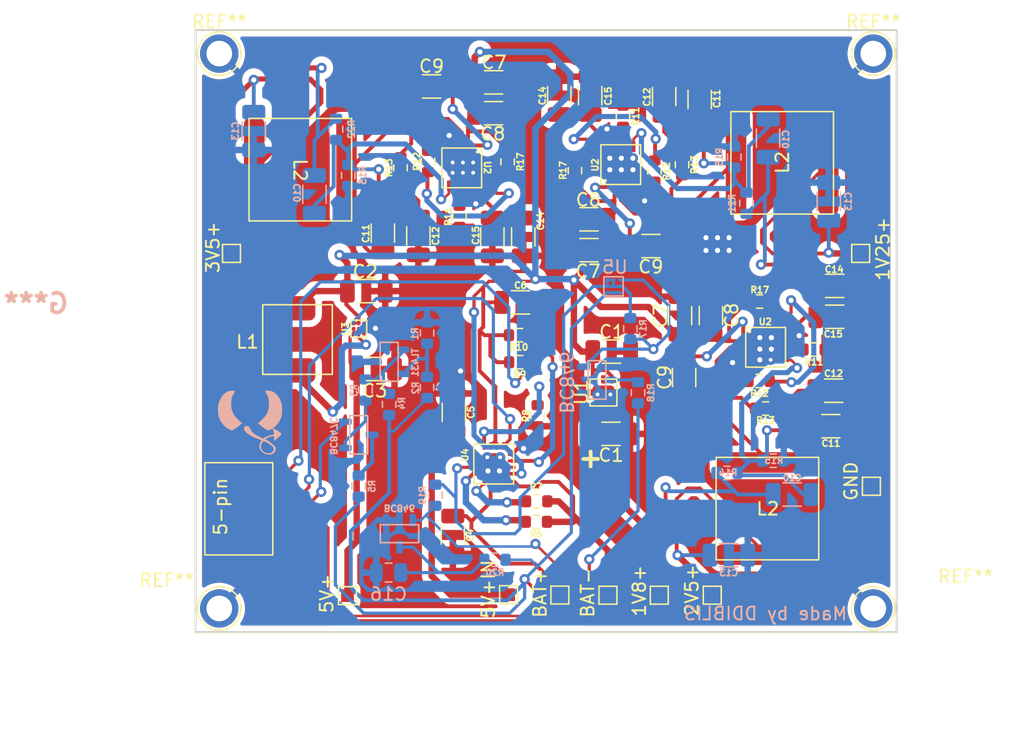
<source format=kicad_pcb>
(kicad_pcb (version 20211014) (generator pcbnew)
  (layers (0 "F.Cu" signal) (31 "B.Cu" signal) (34 "B.Paste" user) (35 "F.Paste" user) (36 "B.SilkS" user "B.Silkscreen") (37 "F.SilkS" user "F.Silkscreen") (38 "B.Mask" user) (39 "F.Mask" user) (44 "Edge.Cuts" user))
  (net 0 "")
  (net 1 "GND")
  (net 2 "1V8+")
  (net 3 "3V8+")
  (net 4 "5V+")
  (net 5 "1v25+")
  (net 6 "2V5+")
  (net 7 "3V5+")
  (net 8 "NC")
  (net 9 "TON")
  (net 10 "VDD")
  (net 11 "PGOOD")
  (net 12 "BST")
  (net 13 "LX")
  (net 14 "FB")
  (net 15 "SW")
  (net 16 "ISET")
  (net 17 "BAT+")
  (net 18 "TS")
  (net 19 "ILIM")
  (net 20 "5V+IN")
  (net 21 "Cathode")
  (net 22 "Anode")
  (net 23 "REF")
  (net 24 "RLED")
  (net 25 "Base")
  (net 26 "Collector")
  (net 27 "BAT-")
  (net 28 "SYSOFF")
  (net 29 "SOURCE")
  (net 30 "GATE")
  (net 31 "BTN+")
  (net 32 "BTN-")
  (footprint "Capacitor_SMD:C_1206_3216Metric" (layer "F.Cu") (at 43.625 17.675978 90)
    (fp_text reference "C15")
    (fp_text value "C_1206_3216Metric")
  )
  (footprint "Capacitor_SMD:C_1206_3216Metric" (layer "F.Cu") (at 50.95 39.675978 90)
    (fp_text reference "C9")
    (fp_text value "C_1206_3216Metric")
  )
  (footprint "Resistor_SMD:R_0603_1608Metric" (layer "F.Cu") (at 38.114511 36.375489)
    (fp_text reference "R10")
    (fp_text value "R_0603_1608Metric")
  )
  (footprint "TestPoint:TestPoint_Pad_1.0x1.0mm" (layer "F.Cu") (at 49.012011 56.665978 90)
    (fp_text reference "1V8+")
    (fp_text value "TestPoint_Pad_1.0x1.0mm")
  )
  (footprint "ps2-pms:TPS61253" (layer "F.Cu") (at 25.58 35.865 90)
    (fp_text reference "U3")
    (fp_text value "TPS61253")
  )
  (footprint "Capacitor_SMD:C_1206_3216Metric" (layer "F.Cu") (at 31.254511 16.962989)
    (fp_text reference "C9")
    (fp_text value "C_1206_3216Metric")
  )
  (footprint "TestPoint:TestPoint_Plated_Hole_D2.0mm" (layer "F.Cu") (at 65.7 57.7)
    (fp_text reference "REF**")
    (fp_text value "TestPoint_Plated_Hole_D2.0mm")
  )
  (footprint "Capacitor_SMD:C_1206_3216Metric" (layer "F.Cu") (at 26.165 32.935 180)
    (fp_text reference "C2")
    (fp_text value "C_1206_3216Metric")
  )
  (footprint "Capacitor_SMD:C_1206_3216Metric" (layer "F.Cu") (at 43.53 27.330978 180)
    (fp_text reference "C8")
    (fp_text value "C_1206_3216Metric")
  )
  (footprint "Resistor_SMD:R_0603_1608Metric" (layer "F.Cu") (at 57.302989 42.100489 180)
    (fp_text reference "R13")
    (fp_text value "R_0603_1608Metric")
  )
  (footprint "Capacitor_SMD:C_1206_3216Metric" (layer "F.Cu") (at 62.395 43.475978)
    (fp_text reference "C11")
    (fp_text value "C_1206_3216Metric")
  )
  (footprint "Capacitor_SMD:C_1206_3216Metric" (layer "F.Cu") (at 32.914511 51.965489 -90)
    (fp_text reference "C4")
    (fp_text value "C_1206_3216Metric")
  )
  (footprint "Resistor_SMD:R_0603_1608Metric" (layer "F.Cu") (at 39.455 49.340978)
    (fp_text reference "R7")
    (fp_text value "R_0603_1608Metric")
  )
  (footprint "ps2-pms:SC174" (layer "F.Cu") (at 57.30625 37.320978 -90)
    (fp_text reference "U2")
    (fp_text value "SC174")
  )
  (footprint "TestPoint:TestPoint_Pad_1.0x1.0mm" (layer "F.Cu") (at 15.651522 29.993478 90)
    (fp_text reference "3V5+")
    (fp_text value "TestPoint_Pad_1.0x1.0mm")
  )
  (footprint "ps2-pms:inductor-2uh" (layer "F.Cu") (at 57.445489 49.908967)
    (fp_text reference "L2")
    (fp_text value "inductor-2uh")
  )
  (footprint "TestPoint:TestPoint_Pad_1.0x1.0mm" (layer "F.Cu") (at 41.262011 56.655978 90)
    (fp_text reference "BAT+")
    (fp_text value "TestPoint_Pad_1.0x1.0mm")
  )
  (footprint "Capacitor_SMD:C_1206_3216Metric" (layer "F.Cu") (at 41.215 17.675978 90)
    (fp_text reference "C14")
    (fp_text value "C_1206_3216Metric")
  )
  (footprint "Resistor_SMD:R_0603_1608Metric" (layer "F.Cu") (at 48.639511 23.567989 -90)
    (fp_text reference "R12")
    (fp_text value "R_0603_1608Metric")
  )
  (footprint "Resistor_SMD:R_0603_1608Metric" (layer "F.Cu") (at 37.184511 22.847989 90)
    (fp_text reference "R17")
    (fp_text value "R_0603_1608Metric")
  )
  (footprint "Resistor_SMD:R_0603_1608Metric" (layer "F.Cu") (at 42.435 23.535978 -90)
    (fp_text reference "R17")
    (fp_text value "R_0603_1608Metric")
  )
  (footprint "TestPoint:TestPoint_Plated_Hole_D2.0mm" (layer "F.Cu") (at 65.7 14.4)
    (fp_text reference "REF**")
    (fp_text value "TestPoint_Plated_Hole_D2.0mm")
  )
  (footprint "Capacitor_SMD:C_1206_3216Metric" (layer "F.Cu") (at 48.365 29.420978 180)
    (fp_text reference "C9")
    (fp_text value "C_1206_3216Metric")
  )
  (footprint "TestPoint:TestPoint_Plated_Hole_D2.0mm" (layer "F.Cu") (at 14.7 57.7)
    (fp_text reference "REF**")
    (fp_text value "TestPoint_Plated_Hole_D2.0mm")
  )
  (footprint "Capacitor_SMD:C_1206_3216Metric" (layer "F.Cu") (at 49.395 17.755978 90)
    (fp_text reference "C12")
    (fp_text value "C_1206_3216Metric")
  )
  (footprint "Resistor_SMD:R_0603_1608Metric" (layer "F.Cu") (at 46.185 19.285978 -90)
    (fp_text reference "R11")
    (fp_text value "R_0603_1608Metric")
  )
  (footprint "Resistor_SMD:R_0603_1608Metric" (layer "F.Cu") (at 39.43 50.940978)
    (fp_text reference "R6")
    (fp_text value "R_0603_1608Metric")
  )
  (footprint "ps2-pms:SC174" (layer "F.Cu") (at 33.609511 23.319239 180)
    (fp_text reference "U2")
    (fp_text value "SC174")
  )
  (footprint "ps2-pms:BQ24076" (layer "F.Cu") (at 36.104511 46.435489 90)
    (fp_text reference "U4")
    (fp_text value "BQ24076")
  )
  (footprint "ps2-pms:ADP151" (layer "F.Cu") (at 44.66 40.85)
    (fp_text reference "U1")
    (fp_text value "ADP151")
  )
  (footprint "TestPoint:TestPoint_Pad_1.0x1.0mm" (layer "F.Cu") (at 24.7 56.7 90)
    (fp_text reference "5V+")
    (fp_text value "TestPoint_Pad_1.0x1.0mm")
  )
  (footprint "TestPoint:TestPoint_Plated_Hole_D2.0mm" (layer "F.Cu") (at 14.7 14.4)
    (fp_text reference "REF**")
    (fp_text value "TestPoint_Plated_Hole_D2.0mm")
  )
  (footprint "Capacitor_SMD:C_1206_3216Metric" (layer "F.Cu") (at 32.994511 42.395489 90)
    (fp_text reference "C5")
    (fp_text value "C_1206_3216Metric")
  )
  (footprint "Resistor_SMD:R_0603_1608Metric" (layer "F.Cu") (at 33.434511 27.097989 90)
    (fp_text reference "R11")
    (fp_text value "R_0603_1608Metric")
  )
  (footprint "TestPoint:TestPoint_Pad_1.0x1.0mm" (layer "F.Cu") (at 64.721522 29.993478 90)
    (fp_text reference "1V25+")
    (fp_text value "TestPoint_Pad_1.0x1.0mm")
  )
  (footprint "Capacitor_SMD:C_1206_3216Metric" (layer "F.Cu") (at 45.3 37.655)
    (fp_text reference "C1")
    (fp_text value "1uF")
  )
  (footprint "Capacitor_SMD:C_1206_3216Metric" (layer "F.Cu") (at 35.994511 28.707989 -90)
    (fp_text reference "C15")
    (fp_text value "C_1206_3216Metric")
  )
  (footprint "Capacitor_SMD:C_1206_3216Metric" (layer "F.Cu") (at 30.224511 28.627989 -90)
    (fp_text reference "C12")
    (fp_text value "C_1206_3216Metric")
  )
  (footprint "Capacitor_SMD:C_1206_3216Metric" (layer "F.Cu") (at 38.404511 28.707989 -90)
    (fp_text reference "C14")
    (fp_text value "C_1206_3216Metric")
  )
  (footprint "Capacitor_SMD:C_1206_3216Metric" (layer "F.Cu") (at 52.165 17.975978 90)
    (fp_text reference "C11")
    (fp_text value "C_1206_3216Metric")
  )
  (footprint "Capacitor_SMD:C_1206_3216Metric" (layer "F.Cu") (at 45.25 44.075)
    (fp_text reference "C1")
    (fp_text value "C_1206_3216Metric")
  )
  (footprint "Capacitor_SMD:C_1206_3216Metric" (layer "F.Cu") (at 50.63 34.840978 90)
    (fp_text reference "C7")
    (fp_text value "C_1206_3216Metric")
  )
  (footprint "Resistor_SMD:R_0603_1608Metric" (layer "F.Cu") (at 30.98 22.815978 90)
    (fp_text reference "R12")
    (fp_text value "R_0603_1608Metric")
  )
  (footprint "ps2-pms:SC174" (layer "F.Cu") (at 46.01 23.064728)
    (fp_text reference "U2")
    (fp_text value "SC174")
  )
  (footprint "Resistor_SMD:R_0603_1608Metric" (layer "F.Cu") (at 56.835 33.745978 180)
    (fp_text reference "R17")
    (fp_text value "R_0603_1608Metric")
  )
  (footprint "TestPoint:TestPoint_Pad_1.0x1.0mm" (layer "F.Cu") (at 45.012011 56.665978 90)
    (fp_text reference "BAT-")
    (fp_text value "TestPoint_Pad_1.0x1.0mm")
  )
  (footprint "Capacitor_SMD:C_1206_3216Metric" (layer "F.Cu") (at 36.089511 19.052989)
    (fp_text reference "C8")
    (fp_text value "C_1206_3216Metric")
  )
  (footprint "Capacitor_SMD:C_1206_3216Metric" (layer "F.Cu") (at 26.89 39.015 180)
    (fp_text reference "C3")
    (fp_text value "C_1206_3216Metric")
  )
  (footprint "Resistor_SMD:R_0603_1608Metric" (layer "F.Cu") (at 39.524511 42.660489 -90)
    (fp_text reference "R8")
    (fp_text value "R_0603_1608Metric")
  )
  (footprint "Resistor_SMD:R_0603_1608Metric" (layer "F.Cu") (at 50.789511 23.067989 -90)
    (fp_text reference "R13")
    (fp_text value "R_0603_1608Metric")
  )
  (footprint "TestPoint:TestPoint_Pad_1.0x1.0mm" (layer "F.Cu") (at 65.555 48.165978 90)
    (fp_text reference "GND")
    (fp_text value "TestPoint_Pad_1.0x1.0mm")
  )
  (footprint "Resistor_SMD:R_0603_1608Metric" (layer "F.Cu") (at 28.83 23.315978 90)
    (fp_text reference "R13")
    (fp_text value "R_0603_1608Metric")
  )
  (footprint "Capacitor_SMD:C_1206_3216Metric" (layer "F.Cu") (at 62.695 32.525978)
    (fp_text reference "C14")
    (fp_text value "C_1206_3216Metric")
  )
  (footprint "ps2+:5pin FPC" (layer "F.Cu") (at 16.225 49.925 90)
    (fp_text reference "5-pin")
    (fp_text value "5pin FPC")
  )
  (footprint "Capacitor_SMD:C_1206_3216Metric" (layer "F.Cu") (at 27.454511 28.407989 -90)
    (fp_text reference "C11")
    (fp_text value "C_1206_3216Metric")
  )
  (footprint "Resistor_SMD:R_0603_1608Metric" (layer "F.Cu") (at 38.134511 38.485489)
    (fp_text reference "R9")
    (fp_text value "R_0603_1608Metric")
  )
  (footprint "Capacitor_SMD:C_1206_3216Metric" (layer "F.Cu") (at 38.189511 33.815489 180)
    (fp_text reference "C6")
    (fp_text value "C_1206_3216Metric")
  )
  (footprint "Capacitor_SMD:C_1206_3216Metric" (layer "F.Cu") (at 62.695 34.935978)
    (fp_text reference "C15")
    (fp_text value "C_1206_3216Metric")
  )
  (footprint "ps2-pms:inductor-2uh" (layer "F.Cu") (at 21.021522 23.458478 -90)
    (fp_text reference "L2")
    (fp_text value "inductor-2uh")
  )
  (footprint "ps2-pms:inductor-2uh" (layer "F.Cu") (at 58.597989 22.925489 90)
    (fp_text reference "L2")
    (fp_text value "inductor-2uh")
  )
  (footprint "Capacitor_SMD:C_1206_3216Metric" (layer "F.Cu") (at 53.04 34.840978 90)
    (fp_text reference "C8")
    (fp_text value "C_1206_3216Metric")
  )
  (footprint "ps2-pms:Inductor-1uH" (layer "F.Cu") (at 20.8 36.7)
    (fp_text reference "L1")
    (fp_text value "Inductor-1uH")
  )
  (footprint "TestPoint:TestPoint_Pad_1.0x1.0mm" (layer "F.Cu") (at 37.262011 56.625978 90)
    (fp_text reference "5V+IN")
    (fp_text value "TestPoint_Pad_1.0x1.0mm")
  )
  (footprint "Capacitor_SMD:C_1206_3216Metric" (layer "F.Cu") (at 36.089511 16.642989)
    (fp_text reference "C7")
    (fp_text value "C_1206_3216Metric")
  )
  (footprint "Capacitor_SMD:C_1206_3216Metric" (layer "F.Cu") (at 43.53 29.740978 180)
    (fp_text reference "C7")
    (fp_text value "C_1206_3216Metric")
  )
  (footprint "Resistor_SMD:R_0603_1608Metric" (layer "F.Cu") (at 56.802989 39.950489 180)
    (fp_text reference "R12")
    (fp_text value "R_0603_1608Metric")
  )
  (footprint "Capacitor_SMD:C_1206_3216Metric" (layer "F.Cu") (at 62.615 40.705978)
    (fp_text reference "C12")
    (fp_text value "C_1206_3216Metric")
  )
  (footprint "TestPoint:TestPoint_Pad_1.0x1.0mm" (layer "F.Cu") (at 53.144511 56.665978 90)
    (fp_text reference "2V5+")
    (fp_text value "TestPoint_Pad_1.0x1.0mm")
  )
  (footprint "Resistor_SMD:R_0603_1608Metric" (layer "F.Cu") (at 61.085 37.495978 180)
    (fp_text reference "R11")
    (fp_text value "R_0603_1608Metric")
  )
  (footprint "Resistor_SMD:R_0603_1608Metric" (layer "B.Cu") (at 31.555 48.865978 -90)
    (fp_text reference "R19")
    (fp_text value "R_0603_1608Metric")
  )
  (footprint "Capacitor_SMD:C_0805_2012Metric" (layer "B.Cu") (at 27.9 54.9)
    (fp_text reference "C16")
    (fp_text value "C_0805_2012Metric")
  )
  (footprint "ps2-pms:TL431" (layer "B.Cu") (at 27.9475 38.4525 -90)
    (fp_text reference "TL431")
    (fp_text value "TL431")
  )
  (footprint "ps2-pms:BC846A" (layer "B.Cu") (at 44.155 39.865978 90)
    (fp_text reference "BC846")
    (fp_text value "BC846A")
  )
  (footprint "Capacitor_SMD:C_1206_3216Metric" (layer "B.Cu") (at 57.497989 21.000489 -90)
    (fp_text reference "C10")
    (fp_text value "C_1206_3216Metric")
  )
  (footprint "Resistor_SMD:R_0603_1608Metric" (layer "B.Cu") (at 36.2 53.9 180)
    (fp_text reference "R20")
    (fp_text value "R_0603_1608Metric")
  )
  (footprint "Resistor_SMD:R_0603_1608Metric" (layer "B.Cu") (at 57.892989 46.173967 180)
    (fp_text reference "R15")
    (fp_text value "R_0603_1608Metric")
  )
  (footprint "Resistor_SMD:R_0603_1608Metric" (layer "B.Cu") (at 23.806522 20.305978 90)
    (fp_text reference "R22")
    (fp_text value "R_0603_1608Metric")
  )
  (footprint "ps2-pms:BC846A" (layer "B.Cu") (at 25.5725 44.1525 90)
    (fp_text reference "BC847C")
    (fp_text value "BC846A")
  )
  (footprint "Capacitor_SMD:C_1206_3216Metric" (layer "B.Cu") (at 54.435489 53.541467)
    (fp_text reference "C13")
    (fp_text value "C_1206_3216Metric")
  )
  (footprint "Capacitor_SMD:C_1206_3216Metric" (layer "B.Cu") (at 62.230489 25.935489 90)
    (fp_text reference "C13")
    (fp_text value "C_1206_3216Metric")
  )
  (footprint "Resistor_SMD:R_0603_1608Metric" (layer "B.Cu") (at 27.9475 41.7775 -90)
    (fp_text reference "R4")
    (fp_text value "R_0603_1608Metric")
  )
  (footprint "Capacitor_SMD:C_1206_3216Metric" (layer "B.Cu") (at 17.389022 20.448478 -90)
    (fp_text reference "C13")
    (fp_text value "C_1206_3216Metric")
  )
  (footprint "ucb-c adapter:CSD22202W15" (layer "B.Cu") (at 45.4425 32.565978 180)
    (fp_text reference "U5")
    (fp_text value "CSD22202W15")
  )
  (footprint "Resistor_SMD:R_0603_1608Metric" (layer "B.Cu") (at 30.9025 36.2025 90)
    (fp_text reference "R1")
    (fp_text value "R_0603_1608Metric")
  )
  (footprint "Resistor_SMD:R_0603_1608Metric" (layer "B.Cu") (at 54.862989 22.477989 -90)
    (fp_text reference "R15")
    (fp_text value "R_0603_1608Metric")
  )
  (footprint "Resistor_SMD:R_0603_1608Metric" (layer "B.Cu") (at 30.9025 40.4525 90)
    (fp_text reference "R2")
    (fp_text value "R_0603_1608Metric")
  )
  (footprint "Resistor_SMD:R_0603_1608Metric" (layer "B.Cu") (at 54.292989 47.123967 180)
    (fp_text reference "R14")
    (fp_text value "R_0603_1608Metric")
  )
  (footprint "graphics:iblis 5mm" (layer "B.Cu") (at 17.1 43.2 180)
    (fp_text reference "G***")
    (fp_text value "LOGO" hide)
  )
  (footprint "Capacitor_SMD:C_1206_3216Metric" (layer "B.Cu") (at 22.121522 25.383478 90)
    (fp_text reference "C10")
    (fp_text value "C_1206_3216Metric")
  )
  (footprint "Resistor_SMD:R_0603_1608Metric" (layer "B.Cu") (at 47.355 40.865978 90)
    (fp_text reference "R18")
    (fp_text value "R_0603_1608Metric")
  )
  (footprint "Capacitor_SMD:C_1206_3216Metric" (layer "B.Cu") (at 59.370489 48.808967 180)
    (fp_text reference "C10")
    (fp_text value "C_1206_3216Metric")
  )
  (footprint "Resistor_SMD:R_0603_1608Metric" (layer "B.Cu") (at 25.5725 48.1525 90)
    (fp_text reference "R5")
    (fp_text value "R_0603_1608Metric")
  )
  (footprint "ps2-pms:BC846A" (layer "B.Cu") (at 28.755 51.865978)
    (fp_text reference "BC846")
    (fp_text value "BC846A")
  )
  (footprint "Resistor_SMD:R_0603_1608Metric" (layer "B.Cu") (at 26.0975 40.6525 -90)
    (fp_text reference "R3")
    (fp_text value "R_0603_1608Metric")
  )
  (footprint "Resistor_SMD:R_0603_1608Metric" (layer "B.Cu") (at 55.812989 26.077989 -90)
    (fp_text reference "R21")
    (fp_text value "R_0603_1608Metric")
  )
  (footprint "Resistor_SMD:R_0603_1608Metric" (layer "B.Cu") (at 46.755 35.865978 90)
    (fp_text reference "R17")
    (fp_text value "R_0603_1608Metric")
  )
  (footprint "Resistor_SMD:R_0603_1608Metric" (layer "B.Cu") (at 24.756522 23.905978 90)
    (fp_text reference "R15")
    (fp_text value "R_0603_1608Metric")
  )
  (gr_rect (start 67.531522 59.553478) (end 12.841522 12.563478) (layer "F.SilkS") (width 0.15) (fill none))
  (gr_rect (start 67.531522 59.553478) (end 12.841522 12.563478) (layer "F.SilkS") (width 0.15) (fill none))
  (gr_line (start 12.855 12.565978) (end 67.53 12.565978) (layer "Edge.Cuts") (width 0.15))
  (gr_line (start 67.53 59.540978) (end 12.855 59.540978) (layer "Edge.Cuts") (width 0.15))
  (gr_line (start 67.53 12.565978) (end 67.53 59.540978) (layer "Edge.Cuts") (width 0.15))
  (gr_line (start 12.855 59.540978) (end 12.855 12.565978) (layer "Edge.Cuts") (width 0.15))
  (gr_text "Made by DDIBLIS\n" (at 57.3 58.1) (layer "B.SilkS") (effects (font (size 1 1)) (justify mirror)))
  (gr_text "+\n" (at 43.66 45.9275) (layer "F.SilkS") (effects (font (size 1.5 1.5) (thickness 0.3))))
  (segment (start 27.2375 33.3375) (end 27.64 32.935) (width 0.3) (layer "F.Cu") (net 1))
  (segment (start 45.055 20.568471) (end 45.51 21.023471) (width 0.25) (layer "F.Cu") (net 1))
  (segment (start 59.802507 36.365978) (end 59.347507 36.820978) (width 0.25) (layer "F.Cu") (net 1))
  (segment (start 33.512011 39.165489) (end 32.994511 39.682989) (width 0.3) (layer "F.Cu") (net 1))
  (segment (start 32.63 20.790978) (end 32.651739 20.769239) (width 0.3) (layer "F.Cu") (net 1))
  (segment (start 32.797011 20.769239) (end 33.072011 21.044239) (width 0.3) (layer "F.Cu") (net 1))
  (segment (start 59.347507 36.820978) (end 58.70625 36.820978) (width 0.25) (layer "F.Cu") (net 1))
  (segment (start 34.564511 25.982233) (end 34.564511 25.815496) (width 0.25) (layer "F.Cu") (net 1))
  (segment (start 32.651739 20.769239) (end 32.797011 20.769239) (width 0.3) (layer "F.Cu") (net 1))
  (segment (start 38.43 45.215978) (end 37.974022 45.215978) (width 0.3) (layer "F.Cu") (net 1))
  (segment (start 25.98 36.265) (end 25.98 35.465) (width 0.2) (layer "F.Cu") (net 1))
  (segment (start 34.564511 25.815496) (end 34.109511 25.360496) (width 0.25) (layer "F.Cu") (net 1))
  (segment (start 46.5475 24.814728) (end 46.5475 25.339728) (width 0.3) (layer "F.Cu") (net 1))
  (segment (start 55.03125 37.858478) (end 55.55625 37.858478) (width 0.3) (layer "F.Cu") (net 1))
  (segment (start 59.88 36.365978) (end 59.802507 36.365978) (width 0.25) (layer "F.Cu") (net 1))
  (segment (start 54.75625 38.133478) (end 55.03125 37.858478) (width 0.3) (layer "F.Cu") (net 1))
  (segment (start 54.75625 38.489728) (end 54.75625 38.133478) (width 0.3) (layer "F.Cu") (net 1))
  (segment (start 47.5975 25.614728) (end 47.8725 25.889728) (width 0.3) (layer "F.Cu") (net 1))
  (segment (start 37.974022 45.215978) (end 37.504511 45.685489) (width 0.3) (layer "F.Cu") (net 1))
  (segment (start 45.055 20.401735) (end 45.055 20.568471) (width 0.25) (layer "F.Cu") (net 1))
  (segment (start 54.73 38.515978) (end 54.75625 38.489728) (width 0.3) (layer "F.Cu") (net 1))
  (segment (start 26.76 35.865) (end 25.98 35.865) (width 0.25) (layer "F.Cu") (net 1))
  (segment (start 34.701628 26.11935) (end 34.564511 25.982233) (width 0.25) (layer "F.Cu") (net 1))
  (segment (start 59.924622 36.4106) (end 59.88 36.365978) (width 0.25) (layer "F.Cu") (net 1))
  (segment (start 46.8225 25.614728) (end 47.5975 25.614728) (width 0.3) (layer "F.Cu") (net 1))
  (segment (start 34.109511 25.360496) (end 34.109511 24.719239) (width 0.25) (layer "F.Cu") (net 1))
  (segment (start 45.51 21.023471) (end 45.51 21.664728) (width 0.25) (layer "F.Cu") (net 1))
  (segment (start 46.5475 25.339728) (end 46.8225 25.614728) (width 0.3) (layer "F.Cu") (net 1))
  (segment (start 32.994511 39.682989) (end 32.994511 40.920489) (width 0.3) (layer "F.Cu") (net 1))
  (segment (start 33.072011 21.044239) (end 33.072011 21.569239) (width 0.3) (layer "F.Cu") (net 1))
  (segment (start 30.224511 30.102989) (end 30.409511 30.102989) (width 0.25) (layer "F.Cu") (net 1))
  (segment (start 44.934102 20.280837) (end 45.055 20.401735) (width 0.25) (layer "F.Cu") (net 1))
  (via (at 33.7 22.9) (size 0.8) (drill 0.3) (layers "F.Cu" "B.Cu") (net 1))
  (via (at 57.755 36.565978) (size 0.8) (drill 0.4) (layers "F.Cu" "B.Cu") (net 1))
  (via (at 32.63 20.790978) (size 0.8) (drill 0.4) (layers "F.Cu" "B.Cu") (net 1))
  (via (at 45.155 23.465978) (size 0.8) (drill 0.4) (layers "F.Cu" "B.Cu") (net 1))
  (via (at 53.555 28.765978) (size 0.8) (drill 0.4) (layers "F.Cu" "B.Cu") (net 1))
  (via (at 34.5 22.9) (size 0.8) (drill 0.3) (layers "F.Cu" "B.Cu") (net 1))
  (via (at 46.954856 23.465339) (size 0.8) (drill 0.4) (layers "F.Cu" "B.Cu") (net 1))
  (via (at 26.88 35.840978) (size 0.8) (drill 0.4) (layers "F.Cu" "B.Cu") (net 1))
  (via (at 54.455 29.765978) (size 0.8) (drill 0.4) (layers "F.Cu" "B.Cu") (net 1))
  (via (at 54.455 28.765978) (size 0.8) (drill 0.4) (layers "F.Cu" "B.Cu") (net 1))
  (via (at 32.9 22.9) (size 0.8) (drill 0.3) (layers "F.Cu" "B.Cu") (net 1))
  (via (at 38.43 45.215978) (size 0.8) (drill 0.4) (layers "F.Cu" "B.Cu") (net 1))
  (via (at 59.924622 36.4106) (size 0.8) (drill 0.4) (layers "F.Cu" "B.Cu") (net 1))
  (via (at 57.755 37.465978) (size 0.8) (drill 0.4) (layers "F.Cu" "B.Cu") (net 1))
  (via (at 36.555 46.965978) (size 0.8) (drill 0.4) (layers "F.Cu" "B.Cu") (net 1))
  (via (at 53.555 29.765978) (size 0.8) (drill 0.4) (layers "F.Cu" "B.Cu") (net 1))
  (via (at 54.73 38.515978) (size 0.8) (drill 0.4) (layers "F.Cu" "B.Cu") (net 1))
  (via (at 46.055 22.565978) (size 0.8) (drill 0.4) (layers "F.Cu" "B.Cu") (net 1))
  (via (at 44.2 41) (size 0.8) (drill 0.3) (layers "F.Cu" "B.Cu") (net 1))
  (via (at 44.934102 20.280837) (size 0.8) (drill 0.4) (layers "F.Cu" "B.Cu") (net 1))
  (via (at 35.655 46.965978) (size 0.8) (drill 0.4) (layers "F.Cu" "B.Cu") (net 1))
  (via (at 46.955 22.565978) (size 0.8) (drill 0.4) (layers "F.Cu" "B.Cu") (net 1))
  (via (at 45.2 41) (size 0.8) (drill 0.3) (layers "F.Cu" "B.Cu") (net 1))
  (via (at 33.512011 39.165489) (size 0.8) (drill 0.4) (layers "F.Cu" "B.Cu") (net 1))
  (via (at 56.855 38.3) (size 0.8) (drill 0.4) (layers "F.Cu" "B.Cu") (net 1))
  (via (at 45.155 22.565978) (size 0.8) (drill 0.4) (layers "F.Cu" "B.Cu") (net 1))
  (via (at 35.6 45.9) (size 0.8) (drill 0.3) (layers "F.Cu" "B.Cu") (net 1))
  (via (at 56.855 36.565978) (size 0.8) (drill 0.4) (layers "F.Cu" "B.Cu") (net 1))
  (via (at 34.701628 26.11935) (size 0.8) (drill 0.4) (layers "F.Cu" "B.Cu") (net 1))
  (via (at 36.6 45.9) (size 0.8) (drill 0.3) (layers "F.Cu" "B.Cu") (net 1))
  (via (at 46.055 23.465978) (size 0.8) (drill 0.4) (layers "F.Cu" "B.Cu") (net 1))
  (via (at 32.9 23.7) (size 0.8) (drill 0.3) (layers "F.Cu" "B.Cu") (net 1))
  (via (at 52.655 28.765978) (size 0.8) (drill 0.4) (layers "F.Cu" "B.Cu") (net 1))
  (via (at 47.8725 25.889728) (size 0.8) (drill 0.4) (layers "F.Cu" "B.Cu") (net 1))
  (via (at 56.855 37.465978) (size 0.8) (drill 0.4) (layers "F.Cu" "B.Cu") (net 1))
  (via (at 52.655 29.765978) (size 0.8) (drill 0.4) (layers "F.Cu" "B.Cu") (net 1))
  (via (at 33.7 23.7) (size 0.8) (drill 0.3) (layers "F.Cu" "B.Cu") (net 1))
  (via (at 34.5 23.7) (size 0.8) (drill 0.3) (layers "F.Cu" "B.Cu") (net 1))
  (via (at 57.7 38.3) (size 0.8) (drill 0.3) (layers "F.Cu" "B.Cu") (net 1))
  (segment (start 62.230489 24.460489) (end 62.230489 23.901467) (width 0.25) (layer "B.Cu") (net 1))
  (segment (start 17.389022 21.923478) (end 17.389022 22.4825) (width 0.25) (layer "B.Cu") (net 1))
  (segment (start 58.505 45.960978) (end 58.717989 46.173967) (width 0.25) (layer "B.Cu") (net 1))
  (segment (start 30.8275 35.4525) (end 30.9025 35.3775) (width 0.25) (layer "B.Cu") (net 1))
  (segment (start 54.65 21.865978) (end 54.862989 21.652989) (width 0.25) (layer "B.Cu") (net 1))
  (segment (start 55.910489 53.541467) (end 56.469511 53.541467) (width 0.25) (layer "B.Cu") (net 1))
  (segment (start 24.969511 24.517989) (end 24.756522 24.730978) (width 0.25) (layer "B.Cu") (net 1))
  (segment (start 43.775 44.075) (end 43.775 47.180978) (width 0.5) (layer "F.Cu") (net 2))
  (segment (start 44 43.85) (end 43.775 44.075) (width 0.3) (layer "F.Cu") (net 2))
  (segment (start 44 41.875) (end 44 43.85) (width 0.3) (layer "F.Cu") (net 2))
  (segment (start 43.775 47.180978) (end 49.012011 52.417989) (width 0.5) (layer "F.Cu") (net 2))
  (segment (start 49.012011 52.417989) (end 49.012011 56.665978) (width 0.5) (layer "F.Cu") (net 2))
  (segment (start 35.004511 39.160489) (end 35.004511 36.010489) (width 0.3) (layer "F.Cu") (net 3))
  (segment (start 25.20452 35.44048) (end 25.58 35.44048) (width 0.2) (layer "F.Cu") (net 3))
  (segment (start 35.924511 36.375489) (end 35.369511 36.375489) (width 0.3) (layer "F.Cu") (net 3))
  (segment (start 54.46298 36.832998) (end 54.46298 35.150498) (width 0.3) (layer "F.Cu") (net 3))
  (segment (start 45.31 39.825) (end 45.31 39.567316) (width 0.3) (layer "F.Cu") (net 3))
  (segment (start 35.004511 36.010489) (end 35.284511 35.730489) (width 0.3) (layer "F.Cu") (net 3))
  (segment (start 43.825 39.65) (end 44 39.825) (width 0.3) (layer "F.Cu") (net 3))
  (segment (start 43.825 37.655) (end 42.953281 37.655) (width 0.5) (layer "F.Cu") (net 3))
  (segment (start 45.3 39.567316) (end 44.832684 39.1) (width 0.3) (layer "F.Cu") (net 3))
  (segment (start 37.222011 38.485489) (end 36.354511 38.485489) (width 0.3) (layer "F.Cu") (net 3))
  (segment (start 44.574511 30.171467) (end 45.005 29.740978) (width 0.5) (layer "F.Cu") (net 3))
  (segment (start 45.51 24.514728) (end 45.52202 24.526748) (width 0.25) (layer "F.Cu") (net 3))
  (segment (start 55.85625 36.820978) (end 55.84423 36.832998) (width 0.25) (layer "F.Cu") (net 3))
  (segment (start 42.355 37.056719) (end 42.355 32.065978) (width 0.5) (layer "F.Cu") (net 3))
  (segment (start 38.254511 47.185489) (end 38.079511 47.185489) (width 0.2) (layer "F.Cu") (net 3))
  (segment (start 42.355 32.065978) (end 44.464511 34.175489) (width 0.5) (layer "F.Cu") (net 3))
  (segment (start 37.202011 36.375489) (end 35.924511 36.375489) (width 0.3) (layer "F.Cu") (net 3))
  (segment (start 44.464511 34.175489) (end 48.179239 34.175489) (width 0.5) (layer "F.Cu") (net 3))
  (segment (start 43.825 39.1) (end 43.825 39.65) (width 0.3) (layer "F.Cu") (net 3))
  (segment (start 36.354511 38.485489) (end 35.834511 37.965489) (width 0.3) (layer "F.Cu") (net 3))
  (segment (start 42.953281 37.655) (end 42.355 37.056719) (width 0.5) (layer "F.Cu") (net 3))
  (segment (start 35.024511 14.267989) (end 34.614511 14.677989) (width 0.5) (layer "F.Cu") (net 3))
  (segment (start 39.182011 32.167989) (end 39.35 32) (width 0.25) (layer "F.Cu") (net 3))
  (segment (start 45.52202 24.526748) (end 45.52202 25.907998) (width 0.3) (layer "F.Cu") (net 3))
  (segment (start 36.714511 33.815489) (end 35.474511 33.815489) (width 0.3) (layer "F.Cu") (net 3))
  (segment (start 25.58 34.96) (end 24.6 33.98) (width 0.3) (layer "F.Cu") (net 3))
  (segment (start 44.832684 39.1) (end 43.825 39.1) (width 0.3) (layer "F.Cu") (net 3))
  (segment (start 36.229511 40.385489) (end 35.004511 39.160489) (width 0.3) (layer "F.Cu") (net 3))
  (segment (start 35.369511 36.375489) (end 35.004511 36.010489) (width 0.3) (layer "F.Cu") (net 3))
  (segment (start 35.834511 36.465489) (end 35.924511 36.375489) (width 0.2) (layer "F.Cu") (net 3))
  (segment (start 34.097491 20.475969) (end 34.097491 19.570009) (width 0.3) (layer "F.Cu") (net 3))
  (segment (start 34.564511 33.335489) (end 35.284511 32.615489) (width 0.25) (layer "F.Cu") (net 3))
  (segment (start 35.834511 37.965489) (end 35.834511 36.465489) (width 0.3) (layer "F.Cu") (net 3))
  (segment (start 35.474511 33.815489) (end 35.284511 34.005489) (width 0.3) (layer "F.Cu") (net 3))
  (segment (start 36.094511 44.785489) (end 36.229511 44.650489) (width 0.3) (layer "F.Cu") (net 3))
  (segment (start 24.074511 30.117989) (end 24.69 30.733478) (width 0.5) (layer "F.Cu") (net 3))
  (segment (start 34.109511 21.869239) (end 34.097491 21.857219) (width 0.25) (layer "F.Cu") (net 3))
  (segment (start 36.114511 44.785489) (end 36.094511 44.785489) (width 0.25) (layer "F.Cu") (net 3))
  (segment (start 24.6 33.025) (end 24.69 32.935) (width 0.25) (layer "F.Cu") (net 3))
  (segment (start 34.097491 20.475969) (end 35.779991 20.475969) (width 0.3) (layer "F.Cu") (net 3))
  (segment (start 35.779991 20.475969) (end 37.204511 21.900489) (width 0.3) (layer "F.Cu") (net 3))
  (segment (start 42.355 32.065978) (end 44.249511 30.171467) (width 0.5) (layer "F.Cu") (net 3))
  (segment (start 36.229511 44.650489) (end 36.229511 40.385489) (width 0.3) (layer "F.Cu") (net 3))
  (segment (start 35.732011 32.167989) (end 39.182011 32.167989) (width 0.25) (layer "F.Cu") (net 3))
  (segment (start 53.55702 36.832998) (end 53.04 36.315978) (width 0.3) (layer "F.Cu") (net 3))
  (segment (start 34.614511 14.677989) (end 34.614511 16.642989) (width 0.5) (layer "F.Cu") (net 3))
  (segment (start 25.58 35.465) (end 25.58 34.96) (width 0.25) (layer "F.Cu") (net 3))
  (segment (start 35.854511 45.025489) (end 36.094511 44.785489) (width 0.3) (layer "F.Cu") (net 3))
  (segment (start 35.284511 32.615489) (end 35.732011 32.167989) (width 0.25) (layer "F.Cu") (net 3))
  (segment (start 50.63 36.315978) (end 53.04 36.315978) (width 0.25) (layer "F.Cu") (net 3))
  (segment (start 43.83952 25.907998) (end 42.415 24.483478) (width 0.3) (layer "F.Cu") (net 3))
  (segment (start 24.69 30.733478) (end 24.69 32.935) (width 0.5) (layer "F.Cu") (net 3))
  (segment (start 45.3 39.825) (end 45.3 39.567316) (width 0.25) (layer "F.Cu") (net 3))
  (segment (start 24.6 33.98) (end 24.6 33.025) (width 0.3) (layer "F.Cu") (net 3))
  (segment (start 37.504511 47.185489) (end 38.079511 47.185489) (width 0.3) (layer "F.Cu") (net 3))
  (segment (start 22.14 32.935) (end 24.69 32.935) (width 0.5) (layer "F.Cu") (net 3))
  (segment (start 45.005 29.740978) (end 45.005 27.330978) (width 0.25) (layer "F.Cu") (net 3))
  (segment (start 55.84423 36.832998) (end 54.46298 36.832998) (width 0.3) (layer "F.Cu") (net 3))
  (segment (start 34.564511 34.585489) (end 34.564511 33.335489) (width 0.25) (layer "F.Cu") (net 3))
  (segment (start 54.46298 36.832998) (end 53.55702 36.832998) (width 0.3) (layer "F.Cu") (net 3))
  (segment (start 34.097491 21.857219) (end 34.097491 20.475969) (width 0.3) (layer "F.Cu") (net 3))
  (segment (start 34.097491 19.570009) (end 34.614511 19.052989) (width 0.3) (layer "F.Cu") (net 3))
  (segment (start 36.354511 45.025489) (end 35.854511 45.025489) (width 0.3) (layer "F.Cu") (net 3))
  (segment (start 43.825 37.655) (end 43.825 39.1) (width 0.3) (layer "F.Cu") (net 3))
  (segment (start 45.52202 25.907998) (end 45.52202 26.813958) (width 0.3) (layer "F.Cu") (net 3))
  (segment (start 42.355 32.065978) (end 43.825 33.535978) (width 0.5) (layer "F.Cu") (net 3))
  (segment (start 48.179239 34.175489) (end 50.19 36.18625) (width 0.5) (layer "F.Cu") (net 3))
  (segment (start 38.264511 47.175489) (end 38.254511 47.185489) (width 0.2) (layer "F.Cu") (net 3))
  (segment (start 36.354511 45.025489) (end 36.114511 44.785489) (width 0.3) (layer "F.Cu") (net 3))
  (segment (start 45.52202 25.907998) (end 43.83952 25.907998) (width 0.3) (layer "F.Cu") (net 3))
  (segment (start 20.8 34.275) (end 22.14 32.935) (width 0.5) (layer "F.Cu") (net 3))
  (segment (start 44.249511 30.171467) (end 44.574511 30.171467) (width 0.5) (layer "F.Cu") (net 3))
  (segment (start 54.46298 35.150498) (end 55.8875 33.725978) (width 0.3) (layer "F.Cu") (net 3))
  (segment (start 45.52202 26.813958) (end 45.005 27.330978) (width 0.3) (layer "F.Cu") (net 3))
  (segment (start 35.284511 35.730489) (end 35.284511 34.005489) (width 0.3) (layer "F.Cu") (net 3))
  (segment (start 35.284511 34.005489) (end 35.284511 32.615489) (width 0.3) (layer "F.Cu") (net 3))
  (segment (start 34.614511 16.642989) (end 34.614511 19.052989) (width 0.25) (layer "F.Cu") (net 3))
  (segment (start 25.18 35.465) (end 25.20452 35.44048) (width 0.25) (layer "F.Cu") (net 3))
  (via (at 24.074511 30.117989) (size 0.8) (drill 0.4) (layers "F.Cu" "B.Cu") (net 3))
  (via (at 35.024511 14.267989) (size 0.8) (drill 0.4) (layers "F.Cu" "B.Cu") (net 3))
  (via (at 38.264511 47.175489) (size 0.8) (drill 0.4) (layers "F.Cu" "B.Cu") (net 3))
  (via (at 39.35 32) (size 0.8) (drill 0.4) (layers "F.Cu" "B.Cu") (net 3))
  (via (at 42.355 32.065978) (size 0.8) (drill 0.4) (layers "F.Cu" "B.Cu") (net 3))
  (via (at 34.564511 34.585489) (size 0.8) (drill 0.4) (layers "F.Cu" "B.Cu") (net 3))
  (segment (start 34.564511 44.181834) (end 34.564511 34.585489) (width 0.4) (layer "B.Cu") (net 3))
  (segment (start 39.35 20.245978) (end 42.08 17.515978) (width 0.5) (layer "B.Cu") (net 3))
  (segment (start 40.357011 14.267989) (end 35.024511 14.267989) (width 0.5) (layer "B.Cu") (net 3))
  (segment (start 24.139022 30.1825) (end 37.5325 30.1825) (width 0.5) (layer "B.Cu") (net 3))
  (segment (start 42.08 17.515978) (end 42.08 15.990978) (width 0.5) (layer "B.Cu") (net 3))
  (segment (start 39.35 32) (end 39.35 20.245978) (width 0.5) (layer "B.Cu") (net 3))
  (segment (start 38.264511 47.175489) (end 38.264511 46.364511) (width 0.4) (layer "B.Cu") (net 3))
  (segment (start 42.08 15.990978) (end 40.357011 14.267989) (width 0.5) (layer "B.Cu") (net 3))
  (segment (start 24.074511 30.117989) (end 24.139022 30.1825) (width 0.5) (layer "B.Cu") (net 3))
  (segment (start 38.264511 46.364511) (end 37 45.1) (width 0.4) (layer "B.Cu") (net 3))
  (segment (start 42.289022 32) (end 39.35 32) (width 0.5) (layer "B.Cu") (net 3))
  (segment (start 37 45.1) (end 35.482677 45.1) (width 0.4) (layer "B.Cu") (net 3))
  (segment (start 35.482677 45.1) (end 34.564511 44.181834) (width 0.4) (layer "B.Cu") (net 3))
  (segment (start 42.355 32.065978) (end 42.289022 32) (width 0.5) (layer "B.Cu") (net 3))
  (segment (start 37.5325 30.1825) (end 39.35 32) (width 0.5) (layer "B.Cu") (net 3))
  (segment (start 24.9 38.5) (end 25.415 39.015) (width 0.25) (layer "F.Cu") (net 4))
  (segment (start 24.9 36.545) (end 24.9 38.5) (width 0.25) (layer "F.Cu") (net 4))
  (segment (start 25.415 39.015) (end 25.415 52.475489) (width 0.5) (layer "F.Cu") (net 4))
  (segment (start 25.415 52.475489) (end 24.7 53.190489) (width 0.5) (layer "F.Cu") (net 4))
  (segment (start 25.18 36.265) (end 24.9 36.545) (width 0.25) (layer "F.Cu") (net 4))
  (segment (start 25.18 36.265) (end 25.18 35.865) (width 0.2) (layer "F.Cu") (net 4))
  (segment (start 24.7 53.190489) (end 24.7 56.7) (width 0.5) (layer "F.Cu") (net 4))
  (segment (start 57.92 30.865978) (end 58.795 29.990978) (width 0.3) (layer "F.Cu") (net 5))
  (segment (start 61.997989 22.925489) (end 61.997989 23.175489) (width 0.25) (layer "F.Cu") (net 5))
  (segment (start 58.805 30.000978) (end 59.9725 30.000978) (width 0.3) (layer "F.Cu") (net 5))
  (segment (start 56.997989 29.156467) (end 57.8325 29.990978) (width 0.25) (layer "F.Cu") (net 5))
  (segment (start 56.945 30.865978) (end 57.92 30.865978) (width 0.3) (layer "F.Cu") (net 5))
  (segment (start 56.997989 28.175489) (end 56.997989 29.156467) (width 0.25) (layer "F.Cu") (net 5))
  (segment (start 58.795 29.990978) (end 58.805 30.000978) (width 0.25) (layer "F.Cu") (net 5))
  (segment (start 62.049022 29.993478) (end 64.721522 29.993478) (width 0.5) (layer "F.Cu") (net 5))
  (segment (start 57.8325 29.990978) (end 58.795 29.990978) (width 0.3) (layer "F.Cu") (net 5))
  (segment (start 61.997989 23.175489) (end 56.997989 28.175489) (width 0.25) (layer "F.Cu") (net 5))
  (segment (start 59.9725 30.000978) (end 62.1725 30.000978) (width 0.3) (layer "F.Cu") (net 5))
  (via (at 56.945 30.865978) (size 0.8) (drill 0.4) (layers "F.Cu" "B.Cu") (net 5))
  (via (at 62.230489 29.930489) (size 0.8) (drill 0.4) (layers "F.Cu" "B.Cu") (net 5))
  (segment (start 62.230489 29.930489) (end 62.230489 29.942989) (width 0.3) (layer "B.Cu") (net 5))
  (segment (start 57.497989 25.217989) (end 57.2475 25.468478) (width 0.3) (layer "B.Cu") (net 5))
  (segment (start 57.497989 22.475489) (end 57.497989 25.217989) (width 0.3) (layer "B.Cu") (net 5))
  (segment (start 57.2475 25.468478) (end 57.2475 30.563478) (width 0.3) (layer "B.Cu") (net 5))
  (segment (start 57.2475 25.468478) (end 55.812989 26.902989) (width 0.3) (layer "B.Cu") (net 5))
  (segment (start 62.230489 29.942989) (end 62.1725 30.000978) (width 0.25) (layer "B.Cu") (net 5))
  (segment (start 57.2475 30.563478) (end 56.945 30.865978) (width 0.3) (layer "B.Cu") (net 5))
  (segment (start 62.230489 27.410489) (end 62.230489 29.930489) (width 0.3) (layer "B.Cu") (net 5))
  (segment (start 50.38 49.143478) (end 50.38 50.105978) (width 0.3) (layer "F.Cu") (net 6))
  (segment (start 50.38 50.105978) (end 50.37 50.115978) (width 0.25) (layer "F.Cu") (net 6))
  (segment (start 49.505 49.230978) (end 50.38 50.105978) (width 0.3) (layer "F.Cu") (net 6))
  (segment (start 57.195489 53.308967) (end 52.195489 48.308967) (width 0.25) (layer "F.Cu") (net 6))
  (segment (start 52.195489 48.308967) (end 51.214511 48.308967) (width 0.25) (layer "F.Cu") (net 6))
  (segment (start 53.144511 56.245489) (end 50.440489 53.541467) (width 0.5) (layer "F.Cu") (net 6))
  (segment (start 50.37 50.115978) (end 50.37 51.283478) (width 0.3) (layer "F.Cu") (net 6))
  (segment (start 49.505 48.255978) (end 49.505 49.230978) (width 0.3) (layer "F.Cu") (net 6))
  (segment (start 57.445489 53.308967) (end 57.195489 53.308967) (width 0.25) (layer "F.Cu") (net 6))
  (segment (start 51.214511 48.308967) (end 50.38 49.143478) (width 0.25) (layer "F.Cu") (net 6))
  (segment (start 50.37 51.283478) (end 50.37 53.483478) (width 0.3) (layer "F.Cu") (net 6))
  (via (at 49.505 48.255978) (size 0.8) (drill 0.4) (layers "F.Cu" "B.Cu") (net 6))
  (via (at 50.440489 53.541467) (size 0.8) (drill 0.4) (layers "F.Cu" "B.Cu") (net 6))
  (segment (start 55.152989 48.808967) (end 54.9025 48.558478) (width 0.3) (layer "B.Cu") (net 6))
  (segment (start 50.427989 53.541467) (end 50.37 53.483478) (width 0.25) (layer "B.Cu") (net 6))
  (segment (start 50.440489 53.541467) (end 50.427989 53.541467) (width 0.3) (layer "B.Cu") (net 6))
  (segment (start 52.960489 53.541467) (end 50.440489 53.541467) (width 0.3) (layer "B.Cu") (net 6))
  (segment (start 54.9025 48.558478) (end 53.467989 47.123967) (width 0.3) (layer "B.Cu") (net 6))
  (segment (start 57.895489 48.808967) (end 55.152989 48.808967) (width 0.3) (layer "B.Cu") (net 6))
  (segment (start 49.8075 48.558478) (end 49.505 48.255978) (width 0.3) (layer "B.Cu") (net 6))
  (segment (start 54.9025 48.558478) (end 49.8075 48.558478) (width 0.3) (layer "B.Cu") (net 6))
  (segment (start 22.621522 18.208478) (end 22.621522 17.2275) (width 0.4) (layer "F.Cu") (net 7))
  (segment (start 21.699511 15.517989) (end 20.824511 16.392989) (width 0.4) (layer "F.Cu") (net 7))
  (segment (start 17.621522 23.458478) (end 17.621522 23.208478) (width 0.25) (layer "F.Cu") (net 7))
  (segment (start 20.814511 16.382989) (end 19.647011 16.382989) (width 0.4) (layer "F.Cu") (net 7))
  (segment (start 21.787011 16.392989) (end 20.824511 16.392989) (width 0.4) (layer "F.Cu") (net 7))
  (segment (start 15.651522 18.190978) (end 15.651522 29.993478) (width 0.4) (layer "F.Cu") (net 7))
  (segment (start 19.647011 16.382989) (end 17.447011 16.382989) (width 0.4) (layer "F.Cu") (net 7))
  (segment (start 17.389022 16.453478) (end 15.651522 18.190978) (width 0.4) (layer "F.Cu") (net 7))
  (segment (start 20.824511 16.392989) (end 20.814511 16.382989) (width 0.25) (layer "F.Cu") (net 7))
  (segment (start 22.621522 17.2275) (end 21.787011 16.392989) (width 0.4) (layer "F.Cu") (net 7))
  (segment (start 17.621522 23.208478) (end 22.621522 18.208478) (width 0.4) (layer "F.Cu") (net 7))
  (segment (start 22.674511 15.517989) (end 21.699511 15.517989) (width 0.4) (layer "F.Cu") (net 7))
  (via (at 17.389022 16.453478) (size 0.8) (drill 0.4) (layers "F.Cu" "B.Cu") (net 7))
  (via (at 22.674511 15.517989) (size 0.8) (drill 0.4) (layers "F.Cu" "B.Cu") (net 7))
  (segment (start 22.372011 15.820489) (end 22.674511 15.517989) (width 0.3) (layer "B.Cu") (net 7))
  (segment (start 17.389022 16.453478) (end 17.389022 16.440978) (width 0.3) (layer "B.Cu") (net 7))
  (segment (start 22.121522 23.908478) (end 22.121522 21.165978) (width 0.3) (layer "B.Cu") (net 7))
  (segment (start 17.389022 16.440978) (end 17.447011 16.382989) (width 0.25) (layer "B.Cu") (net 7))
  (segment (start 17.389022 18.973478) (end 17.389022 16.453478) (width 0.3) (layer "B.Cu") (net 7))
  (segment (start 22.121522 21.165978) (end 22.372011 20.915489) (width 0.3) (layer "B.Cu") (net 7))
  (segment (start 22.372011 20.915489) (end 23.806522 19.480978) (width 0.3) (layer "B.Cu") (net 7))
  (segment (start 22.372011 20.915489) (end 22.372011 15.820489) (width 0.3) (layer "B.Cu") (net 7))
  (segment (start 33.524511 26.300489) (end 33.609511 26.215489) (width 0.25) (layer "F.Cu") (net 9))
  (segment (start 46.01 20.168478) (end 46.01 21.664728) (width 0.25) (layer "F.Cu") (net 9))
  (segment (start 60.2025 37.320978) (end 58.70625 37.320978) (width 0.25) (layer "F.Cu") (net 9))
  (segment (start 33.609511 26.215489) (end 33.609511 24.719239) (width 0.25) (layer "F.Cu") (net 9))
  (segment (start 60.2875 37.405978) (end 60.2025 37.320978) (width 0.25) (layer "F.Cu") (net 9))
  (segment (start 46.095 20.083478) (end 46.01 20.168478) (width 0.25) (layer "F.Cu") (net 9))
  (segment (start 43.625 19.960978) (end 43.625 19.150978) (width 0.3) (layer "F.Cu") (net 10))
  (segment (start 59.29 33.655978) (end 59.29 34.615978) (width 0.25) (layer "F.Cu") (net 10))
  (segment (start 30.934511 23.672989) (end 30.934511 25.282989) (width 0.3) (layer "F.Cu") (net 10))
  (segment (start 58.70625 36.320978) (end 58.70625 36.29375) (width 0.3) (layer "F.Cu") (net 10))
  (segment (start 43.64875 21.424728) (end 44.185 20.888478) (width 0.25) (layer "F.Cu") (net 10))
  (segment (start 35.970761 24.959239) (end 35.434511 25.495489) (width 0.25) (layer "F.Cu") (net 10))
  (segment (start 42.415 22.658478) (end 43.64875 21.424728) (width 0.25) (layer "F.Cu") (net 10))
  (segment (start 43.625 19.150978) (end 41.215 19.150978) (width 0.3) (layer "F.Cu") (net 10))
  (segment (start 44.185 20.520978) (end 43.625 19.960978) (width 0.3) (layer "F.Cu") (net 10))
  (segment (start 35.994511 27.232989) (end 38.404511 27.232989) (width 0.3) (layer "F.Cu") (net 10))
  (segment (start 57.66 39.995978) (end 59.27 39.995978) (width 0.3) (layer "F.Cu") (net 10))
  (segment (start 37.204511 23.725489) (end 35.970761 24.959239) (width 0.25) (layer "F.Cu") (net 10))
  (segment (start 44.185 20.888478) (end 44.185 20.520978) (width 0.25) (layer "F.Cu") (net 10))
  (segment (start 59.85 35.495978) (end 60.41 34.935978) (width 0.3) (layer "F.Cu") (net 10))
  (segment (start 60.41 34.935978) (end 61.22 34.935978) (width 0.3) (layer "F.Cu") (net 10))
  (segment (start 58.70625 36.29375) (end 59.504022 35.495978) (width 0.3) (layer "F.Cu") (net 10))
  (segment (start 48.685 22.710978) (end 48.685 21.100978) (width 0.3) (layer "F.Cu") (net 10))
  (segment (start 44.185 20.785) (end 44.185 20.520978) (width 0.3) (layer "F.Cu") (net 10))
  (segment (start 42.345 21.080978) (end 43.305 21.080978) (width 0.25) (layer "F.Cu") (net 10))
  (segment (start 45.01 21.664728) (end 45.01 21.61) (width 0.3) (layer "F.Cu") (net 10))
  (segment (start 37.274511 25.302989) (end 36.314511 25.302989) (width 0.25) (layer "F.Cu") (net 10))
  (segment (start 59.504022 35.495978) (end 59.85 35.495978) (width 0.3) (layer "F.Cu") (net 10))
  (segment (start 35.994511 26.422989) (end 35.994511 27.232989) (width 0.3) (layer "F.Cu") (net 10))
  (segment (start 59.27 39.995978) (end 59.32 40.045978) (width 0.25) (layer "F.Cu") (net 10))
  (segment (start 35.434511 25.534511) (end 35.434511 25.862989) (width 0.3) (layer "F.Cu") (net 10))
  (segment (start 57.7125 33.725978) (end 58.94625 34.959728) (width 0.25) (layer "F.Cu") (net 10))
  (segment (start 58.74375 36.358478) (end 58.70625 36.320978) (width 0.3) (layer "F.Cu") (net 10))
  (segment (start 43.305 21.080978) (end 43.64875 21.424728) (width 0.25) (layer "F.Cu") (net 10))
  (segment (start 58.94625 34.959728) (end 59.4825 35.495978) (width 0.25) (layer "F.Cu") (net 10))
  (segment (start 59.29 34.615978) (end 58.94625 34.959728) (width 0.25) (layer "F.Cu") (net 10))
  (segment (start 34.572011 24.756739) (end 34.609511 24.719239) (width 0.3) (layer "F.Cu") (net 10))
  (segment (start 45.01 21.61) (end 44.185 20.785) (width 0.3) (layer "F.Cu") (net 10))
  (segment (start 34.609511 24.719239) (end 34.619239 24.719239) (width 0.3) (layer "F.Cu") (net 10))
  (segment (start 61.22 34.935978) (end 61.22 32.525978) (width 0.3) (layer "F.Cu") (net 10))
  (segment (start 45.0475 21.627228) (end 45.01 21.664728) (width 0.3) (layer "F.Cu") (net 10))
  (segment (start 34.619239 24.719239) (end 35.434511 25.534511) (width 0.3) (layer "F.Cu") (net 10))
  (segment (start 35.434511 25.495489) (end 35.434511 25.862989) (width 0.25) (layer "F.Cu") (net 10))
  (segment (start 59.4825 35.495978) (end 59.85 35.495978) (width 0.25) (layer "F.Cu") (net 10))
  (segment (start 48.685 21.100978) (end 48.735 21.050978) (width 0.25) (layer "F.Cu") (net 10))
  (segment (start 36.314511 25.302989) (end 35.970761 24.959239) (width 0.25) (layer "F.Cu") (net 10))
  (segment (start 30.934511 25.282989) (end 30.884511 25.332989) (width 0.25) (layer "F.Cu") (net 10))
  (segment (start 35.434511 25.862989) (end 35.994511 26.422989) (width 0.3) (layer "F.Cu") (net 10))
  (via (at 59.32 40.045978) (size 0.8) (drill 0.4) (layers "F.Cu" "B.Cu") (net 10))
  (via (at 59.29 33.655978) (size 0.8) (drill 0.4) (layers "F.Cu" "B.Cu") (net 10))
  (via (at 37.274511 25.302989) (size 0.8) (drill 0.4) (layers "F.Cu" "B.Cu") (net 10))
  (via (at 48.735 21.050978) (size 0.8) (drill 0.4) (layers "F.Cu" "B.Cu") (net 10))
  (via (at 42.345 21.080978) (size 0.8) (drill 0.4) (layers "F.Cu" "B.Cu") (net 10))
  (via (at 30.884511 25.332989) (size 0.8) (drill 0.4) (layers "F.Cu" "B.Cu") (net 10))
  (segment (start 48.735 21.050978) (end 48.735 20.510978) (width 0.4) (layer "B.Cu") (net 10))
  (segment (start 48.735 20.510978) (end 47.535 19.310978) (width 0.4) (layer "B.Cu") (net 10))
  (segment (start 47.535 19.310978) (end 44.115 19.310978) (width 0.4) (layer "B.Cu") (net 10))
  (segment (start 44.115 19.310978) (end 42.345 21.080978) (width 0.4) (layer "B.Cu") (net 10))
  (segment (start 30.884511 25.332989) (end 30.884511 25.872989) (width 0.4) (layer "B.Cu") (net 10))
  (segment (start 35.504511 27.072989) (end 37.274511 25.302989) (width 0.4) (layer "B.Cu") (net 10))
  (segment (start 30.884511 25.872989) (end 32.084511 27.072989) (width 0.4) (layer "B.Cu") (net 10))
  (segment (start 32.084511 27.072989) (end 35.504511 27.072989) (width 0.4) (layer "B.Cu") (net 10))
  (segment (start 59.86 40.045978) (end 61.06 38.845978) (width 0.4) (layer "B.Cu") (net 10))
  (segment (start 61.06 35.425978) (end 59.29 33.655978) (width 0.4) (layer "B.Cu") (net 10))
  (segment (start 61.06 38.845978) (end 61.06 35.425978) (width 0.4) (layer "B.Cu") (net 10))
  (segment (start 59.32 40.045978) (end 59.86 40.045978) (width 0.4) (layer "B.Cu") (net 10))
  (segment (start 47.01 24.514728) (end 48.72375 24.514728) (width 0.3) (layer "F.Cu") (net 11))
  (segment (start 48.72375 24.514728) (end 48.765 24.473478) (width 0.25) (layer "F.Cu") (net 11))
  (segment (start 32.609511 21.869239) (end 30.895761 21.869239) (width 0.3) (layer "F.Cu") (net 11))
  (segment (start 55.85625 40.034728) (end 55.8975 40.075978) (width 0.25) (layer "F.Cu") (net 11))
  (segment (start 55.85625 38.320978) (end 55.85625 40.034728) (width 0.3) (layer "F.Cu") (net 11))
  (segment (start 30.895761 21.869239) (end 30.854511 21.910489) (width 0.25) (layer "F.Cu") (net 11))
  (segment (start 55.55625 35.370978) (end 55.55625 36.358478) (width 0.3) (layer "F.Cu") (net 12))
  (segment (start 46.715 27.650978) (end 46.715 29.245978) (width 0.3) (layer "F.Cu") (net 12))
  (segment (start 44.01 24.864728) (end 44.06 24.814728) (width 0.2) (layer "F.Cu") (net 12))
  (segment (start 32.904511 18.732989) (end 32.904511 17.137989) (width 0.3) (layer "F.Cu") (net 12))
  (segment (start 35.609511 21.519239) (end 35.559511 21.569239) (width 0.2) (layer "F.Cu") (net 12))
  (segment (start 55.50625 35.320978) (end 55.55625 35.370978) (width 0.2) (layer "F.Cu") (net 12))
  (segment (start 32.904511 17.137989) (end 32.729511 16.962989) (width 0.3) (layer "F.Cu") (net 12))
  (segment (start 46.715 29.245978) (end 46.89 29.420978) (width 0.3) (layer "F.Cu") (net 12))
  (segment (start 52.72 38.025978) (end 51.125 38.025978) (width 0.3) (layer "F.Cu") (net 12))
  (segment (start 35.559511 21.569239) (end 34.572011 21.569239) (width 0.3) (layer "F.Cu") (net 12))
  (segment (start 44.06 24.814728) (end 45.0475 24.814728) (width 0.3) (layer "F.Cu") (net 12))
  (segment (start 51.125 38.025978) (end 50.95 38.200978) (width 0.3) (layer "F.Cu") (net 12))
  (via (at 52.72 38.025978) (size 0.8) (drill 0.4) (layers "F.Cu" "B.Cu") (net 12))
  (via (at 44.01 24.864728) (size 0.8) (drill 0.4) (layers "F.Cu" "B.Cu") (net 12))
  (via (at 35.609511 21.519239) (size 0.8) (drill 0.4) (layers "F.Cu" "B.Cu") (net 12))
  (via (at 46.715 27.650978) (size 0.8) (drill 0.4) (layers "F.Cu" "B.Cu") (net 12))
  (via (at 55.50625 35.320978) (size 0.8) (drill 0.4) (layers "F.Cu" "B.Cu") (net 12))
  (via (at 32.904511 18.732989) (size 0.8) (drill 0.4) (layers "F.Cu" "B.Cu") (net 12))
  (segment (start 44.01 24.864728) (end 44.01 24.945978) (width 0.25) (layer "B.Cu") (net 12))
  (segment (start 35.609511 21.437989) (end 32.904511 18.732989) (width 0.4) (layer "B.Cu") (net 12))
  (segment (start 44.01 24.945978) (end 46.715 27.650978) (width 0.4) (layer "B.Cu") (net 12))
  (segment (start 55.425 35.320978) (end 52.72 38.025978) (width 0.4) (layer "B.Cu") (net 12))
  (segment (start 35.609511 21.519239) (end 35.609511 21.437989) (width 0.25) (layer "B.Cu") (net 12))
  (segment (start 55.50625 35.320978) (end 55.425 35.320978) (width 0.25) (layer "B.Cu") (net 12))
  (segment (start 50.95 41.150978) (end 51.89 42.090978) (width 0.3) (layer "F.Cu") (net 13))
  (segment (start 39.524511 46.185489) (end 39.614511 46.275489) (width 0.2) (layer "F.Cu") (net 13))
  (segment (start 53.485 42.090978) (end 53.485 42.148478) (width 0.3) (layer "F.Cu") (net 13))
  (segment (start 37.504511 46.185489) (end 39.524511 46.185489) (width 0.3) (layer "F.Cu") (net 13))
  (segment (start 29.669511 21.412989) (end 28.794511 22.287989) (width 0.3) (layer "F.Cu") (net 13))
  (segment (start 50.78 28.480978) (end 50.78 26.885978) (width 0.3) (layer "F.Cu") (net 13))
  (segment (start 49.95 26.885978) (end 49.95 24.970978) (width 0.3) (layer "F.Cu") (net 13))
  (segment (start 59.875 40.705978) (end 59.875 42.430978) (width 0.3) (layer "F.Cu") (net 13))
  (segment (start 46.01 24.514728) (end 46.01 25.40259) (width 0.3) (layer "F.Cu") (net 13))
  (segment (start 55.85625 37.320978) (end 54.968388 37.320978) (width 0.3) (layer "F.Cu") (net 13))
  (segment (start 53.485 41.260978) (end 53.485 42.090978) (width 0.3) (layer "F.Cu") (net 13))
  (segment (start 33.604511 20.562989) (end 32.539511 19.497989) (width 0.3) (layer "F.Cu") (net 13))
  (segment (start 46.015 25.820978) (end 47.08 26.885978) (width 0.3) (layer "F.Cu") (net 13))
  (segment (start 59.875 40.705978) (end 61.14 40.705978) (width 0.3) (layer "F.Cu") (net 13))
  (segment (start 50.78 26.885978) (end 50.8375 26.885978) (width 0.3) (layer "F.Cu") (net 13))
  (segment (start 49.395 20.495978) (end 51.12 20.495978) (width 0.3) (layer "F.Cu") (net 13))
  (segment (start 46.015 25.40759) (end 46.015 25.820978) (width 0.3) (layer "F.Cu") (net 13))
  (segment (start 58.1 42.135978) (end 58.445 42.135978) (width 0.3) (layer "F.Cu") (net 13))
  (segment (start 51.12 20.495978) (end 52.165 19.450978) (width 0.3) (layer "F.Cu") (net 13))
  (segment (start 50.825 22.270978) (end 50.825 21.925978) (width 0.3) (layer "F.Cu") (net 13))
  (segment (start 50.825 22.270978) (end 50.685 22.130978) (width 0.3) (layer "F.Cu") (net 13))
  (segment (start 38.939511 36.375489) (end 40.694511 38.130489) (width 0.25) (layer "F.Cu") (net 13))
  (segment (start 54.963388 37.325978) (end 54.55 37.325978) (width 0.3) (layer "F.Cu") (net 13))
  (segment (start 58.1 42.135978) (end 58.24 41.995978) (width 0.3) (layer "F.Cu") (net 13))
  (segment (start 32.539511 19.497989) (end 29.669511 19.497989) (width 0.3) (layer "F.Cu") (net 13))
  (segment (start 49.84 29.420978) (end 50.78 28.480978) (width 0.3) (layer "F.Cu") (net 13))
  (segment (start 49.95 26.885978) (end 50.78 26.885978) (width 0.3) (layer "F.Cu") (net 13))
  (segment (start 53.485 38.390978) (end 53.485 41.260978) (width 0.3) (layer "F.Cu") (net 13))
  (segment (start 55.4 41.260978) (end 56.275 42.135978) (width 0.3) (layer "F.Cu") (net 13))
  (segment (start 50.8375 26.885978) (end 54.797989 22.925489) (width 0.3) (layer "F.Cu") (net 13))
  (segment (start 49.395 20.495978) (end 49.395 19.230978) (width 0.3) (layer "F.Cu") (net 13))
  (segment (start 28.839511 17.902989) (end 28.839511 19.497989) (width 0.3) (layer "F.Cu") (net 13))
  (segment (start 28.839511 19.497989) (end 28.782011 19.497989) (width 0.3) (layer "F.Cu") (net 13))
  (segment (start 29.669511 19.497989) (end 28.839511 19.497989) (width 0.3) (layer "F.Cu") (net 13))
  (segment (start 30.224511 25.887989) (end 30.224511 27.152989) (width 0.3) (layer "F.Cu") (net 13))
  (segment (start 53.485 42.148478) (end 57.445489 46.108967) (width 0.3) (layer "F.Cu") (net 13))
  (segment (start 59.875 42.430978) (end 60.92 43.475978) (width 0.3) (layer "F.Cu") (net 13))
  (segment (start 40.694511 38.130489) (end 40.694511 38.865978) (width 0.25) (layer "F.Cu") (net 13))
  (segment (start 33.609511 21.869239) (end 33.609511 20.981377) (width 0.3) (layer "F.Cu") (net 13))
  (segment (start 51.89 42.090978) (end 53.485 42.090978) (width 0.3) (layer "F.Cu") (net 13))
  (segment (start 28.782011 19.497989) (end 24.821522 23.458478) (width 0.3) (layer "F.Cu") (net 13))
  (segment (start 46.01 25.40259) (end 46.015 25.40759) (width 0.25) (layer "F.Cu") (net 13))
  (segment (start 33.604511 20.976377) (end 33.604511 20.562989) (width 0.3) (layer "F.Cu") (net 13))
  (segment (start 54.55 37.325978) (end 53.485 38.390978) (width 0.3) (layer "F.Cu") (net 13))
  (segment (start 28.794511 24.112989) (end 28.794511 24.457989) (width 0.3) (layer "F.Cu") (net 13))
  (segment (start 33.609511 20.981377) (end 33.604511 20.976377) (width 0.25) (layer "F.Cu") (net 13))
  (segment (start 29.779511 16.962989) (end 28.839511 17.902989) (width 0.3) (layer "F.Cu") (net 13))
  (segment (start 28.794511 24.112989) (end 28.934511 24.252989) (width 0.3) (layer "F.Cu") (net 13))
  (segment (start 50.825 21.925978) (end 49.395 20.495978) (width 0.3) (layer "F.Cu") (net 13))
  (segment (start 30.224511 25.887989) (end 28.499511 25.887989) (width 0.3) (layer "F.Cu") (net 13))
  (segment (start 47.08 26.885978) (end 49.95 26.885978) (width 0.3) (layer "F.Cu") (net 13))
  (segment (start 28.499511 25.887989) (end 27.454511 26.932989) (width 0.3) (layer "F.Cu") (net 13))
  (segment (start 29.669511 19.497989) (end 29.669511 21.412989) (width 0.3) (layer "F.Cu") (net 13))
  (segment (start 54.968388 37.320978) (end 54.963388 37.325978) (width 0.25) (layer "F.Cu") (net 13))
  (segment (start 58.445 42.135978) (end 59.875 40.705978) (width 0.3) (layer "F.Cu") (net 13))
  (segment (start 53.485 41.260978) (end 55.4 41.260978) (width 0.3) (layer "F.Cu") (net 13))
  (segment (start 28.794511 24.457989) (end 30.224511 25.887989) (width 0.3) (layer "F.Cu") (net 13))
  (segment (start 49.95 24.970978) (end 50.825 24.095978) (width 0.3) (layer "F.Cu") (net 13))
  (via (at 39.614511 46.275489) (size 0.8) (drill 0.4) (layers "F.Cu" "B.Cu") (net 13))
  (via (at 40.694511 38.865978) (size 0.8) (drill 0.4) (layers "F.Cu" "B.Cu") (net 13))
  (segment (start 40.694511 45.195489) (end 39.614511 46.275489) (width 0.4) (layer "B.Cu") (net 13))
  (segment (start 40.694511 38.865978) (end 40.694511 45.195489) (width 0.4) (layer "B.Cu") (net 13))
  (segment (start 63.87 43.475978) (end 63.87 44.490978) (width 0.3) (layer "F.Cu") (net 14))
  (segment (start 53.595 20.370978) (end 52.485 21.480978) (width 0.3) (layer "F.Cu") (net 14))
  (segment (start 58.89 43.795978) (end 57.4125 43.795978) (width 0.3) (layer "F.Cu") (net 14))
  (segment (start 60 44.905978) (end 58.89 43.795978) (width 0.3) (layer "F.Cu") (net 14))
  (segment (start 26.024511 29.467989) (end 26.024511 26.012989) (width 0.3) (layer "F.Cu") (net 14))
  (segment (start 31.997011 25.769239) (end 32.159511 25.769239) (width 0.2) (layer "F.Cu") (net 14))
  (segment (start 32.159511 25.769239) (end 32.609511 25.319239) (width 0.2) (layer "F.Cu") (net 14))
  (segment (start 32.609511 25.319239) (end 32.609511 24.719239) (width 0.2) (layer "F.Cu") (net 14))
  (segment (start 47.6225 20.614728) (end 47.46 20.614728) (width 0.2) (layer "F.Cu") (net 14))
  (segment (start 26.439511 29.882989) (end 26.024511 29.467989) (width 0.3) (layer "F.Cu") (net 14))
  (segment (start 53.18 16.500978) (end 53.595 16.915978) (width 0.3) (layer "F.Cu") (net 14))
  (segment (start 59.75625 38.770978) (end 59.30625 38.320978) (width 0.2) (layer "F.Cu") (net 14))
  (segment (start 63.455 44.905978) (end 60 44.905978) (width 0.3) (layer "F.Cu") (net 14))
  (segment (start 53.595 16.915978) (end 53.595 20.370978) (width 0.3) (layer "F.Cu") (net 14))
  (segment (start 59.30625 38.320978) (end 58.70625 38.320978) (width 0.2) (layer "F.Cu") (net 14))
  (segment (start 63.87 44.490978) (end 63.455 44.905978) (width 0.3) (layer "F.Cu") (net 14))
  (segment (start 47.46 20.614728) (end 47.01 21.064728) (width 0.2) (layer "F.Cu") (net 14))
  (segment (start 52.485 21.480978) (end 52.485 22.958478) (width 0.3) (layer "F.Cu") (net 14))
  (segment (start 52.165 16.500978) (end 53.18 16.500978) (width 0.3) (layer "F.Cu") (net 14))
  (segment (start 59.75625 38.933478) (end 59.75625 38.770978) (width 0.2) (layer "F.Cu") (net 14))
  (segment (start 26.024511 26.012989) (end 27.134511 24.902989) (width 0.3) (layer "F.Cu") (net 14))
  (segment (start 27.134511 24.902989) (end 27.134511 23.425489) (width 0.3) (layer "F.Cu") (net 14))
  (segment (start 27.454511 29.882989) (end 26.439511 29.882989) (width 0.3) (layer "F.Cu") (net 14))
  (segment (start 47.01 21.064728) (end 47.01 21.664728) (width 0.2) (layer "F.Cu") (net 14))
  (via (at 47.6225 20.614728) (size 0.8) (drill 0.4) (layers "F.Cu" "B.Cu") (net 14))
  (via (at 31.997011 25.769239) (size 0.8) (drill 0.4) (layers "F.Cu" "B.Cu") (net 14))
  (via (at 27.134511 23.425489) (size 0.8) (drill 0.4) (layers "F.Cu" "B.Cu") (net 14))
  (via (at 59.75625 38.933478) (size 0.8) (drill 0.4) (layers "F.Cu" "B.Cu") (net 14))
  (via (at 52.485 22.958478) (size 0.8) (drill 0.4) (layers "F.Cu" "B.Cu") (net 14))
  (via (at 57.4125 43.795978) (size 0.8) (drill 0.4) (layers "F.Cu" "B.Cu") (net 14))
  (segment (start 23.621522 24.758478) (end 23.621522 21.315978) (width 0.3) (layer "B.Cu") (net 14))
  (segment (start 54.4425 24.930978) (end 54.966739 24.406739) (width 0.4) (layer "B.Cu") (net 14))
  (segment (start 47.6225 22.158478) (end 50.395 24.930978) (width 0.4) (layer "B.Cu") (net 14))
  (segment (start 54.862989 24.302989) (end 54.966739 24.406739) (width 0.25) (layer "B.Cu") (net 14))
  (segment (start 31.997011 24.225489) (end 29.224511 21.452989) (width 0.4) (layer "B.Cu") (net 14))
  (segment (start 29.224511 21.452989) (end 25.177011 21.452989) (width 0.4) (layer "B.Cu") (net 14))
  (segment (start 59.75625 38.933478) (end 59.369702 38.933478) (width 0.4) (layer "B.Cu") (net 14))
  (segment (start 25.101033 23.425489) (end 24.756522 23.080978) (width 0.3) (layer "B.Cu") (net 14))
  (segment (start 56.067989 46.173967) (end 55.964239 46.277717) (width 0.25) (layer "B.Cu") (net 14))
  (segment (start 50.395 24.930978) (end 54.4425 24.930978) (width 0.4) (layer "B.Cu") (net 14))
  (segment (start 55.997989 21.625489) (end 55.997989 25.067989) (width 0.3) (layer "B.Cu") (net 14))
  (segment (start 52.485 22.958478) (end 54.518478 22.958478) (width 0.3) (layer "B.Cu") (net 14))
  (segment (start 55.44 41.705978) (end 55.44 45.753478) (width 0.4) (layer "B.Cu") (net 14))
  (segment (start 22.121522 26.858478) (end 22.121522 26.258478) (width 0.25) (layer "B.Cu") (net 14))
  (segment (start 59.369702 38.933478) (end 59.00318 39.3) (width 0.4) (layer "B.Cu") (net 14))
  (segment (start 59.00318 39.3) (end 57.845978 39.3) (width 0.4) (layer "B.Cu") (net 14))
  (segment (start 22.121522 26.258478) (end 23.621522 24.758478) (width 0.3) (layer "B.Cu") (net 14))
  (segment (start 55.44 45.753478) (end 55.964239 46.277717) (width 0.4) (layer "B.Cu") (net 14))
  (segment (start 57.497989 20.125489) (end 55.997989 21.625489) (width 0.3) (layer "B.Cu") (net 14))
  (segment (start 24.652772 21.977228) (end 23.806522 21.130978) (width 0.3) (layer "B.Cu") (net 14))
  (segment (start 60.245489 48.808967) (end 58.745489 47.308967) (width 0.3) (layer "B.Cu") (net 14))
  (segment (start 55.964239 46.277717) (end 55.117989 47.123967) (width 0.3) (layer "B.Cu") (net 14))
  (segment (start 27.134511 23.425489) (end 25.101033 23.425489) (width 0.3) (layer "B.Cu") (net 14))
  (segment (start 57.4125 45.829456) (end 57.067989 46.173967) (width 0.3) (layer "B.Cu") (net 14))
  (segment (start 24.756522 23.080978) (end 24.756522 22.080978) (width 0.3) (layer "B.Cu") (net 14))
  (segment (start 57.067989 46.173967) (end 56.067989 46.173967) (width 0.3) (layer "B.Cu") (net 14))
  (segment (start 58.745489 47.308967) (end 55.302989 47.308967) (width 0.3) (layer "B.Cu") (net 14))
  (segment (start 55.997989 25.067989) (end 55.812989 25.252989) (width 0.25) (layer "B.Cu") (net 14))
  (segment (start 60.845489 48.808967) (end 60.245489 48.808967) (width 0.25) (layer "B.Cu") (net 14))
  (segment (start 57.845978 39.3) (end 55.44 41.705978) (width 0.4) (layer "B.Cu") (net 14))
  (segment (start 47.6225 20.614728) (end 47.6225 22.158478) (width 0.4) (layer "B.Cu") (net 14))
  (segment (start 25.177011 21.452989) (end 24.652772 21.977228) (width 0.4) (layer "B.Cu") (net 14))
  (segment (start 24.756522 22.080978) (end 24.652772 21.977228) (width 0.25) (layer "B.Cu") (net 14))
  (segment (start 55.302989 47.308967) (end 55.117989 47.123967) (width 0.25) (layer "B.Cu") (net 14))
  (segment (start 54.518478 22.958478) (end 54.862989 23.302989) (width 0.3) (layer "B.Cu") (net 14))
  (segment (start 31.997011 25.769239) (end 31.997011 24.225489) (width 0.4) (layer "B.Cu") (net 14))
  (segment (start 54.966739 24.406739) (end 55.812989 25.252989) (width 0.3) (layer "B.Cu") (net 14))
  (segment (start 54.862989 23.302989) (end 54.862989 24.302989) (width 0.3) (layer "B.Cu") (net 14))
  (segment (start 23.621522 21.315978) (end 23.806522 21.130978) (width 0.25) (layer "B.Cu") (net 14))
  (segment (start 57.497989 19.525489) (end 57.497989 20.125489) (width 0.25) (layer "B.Cu") (net 14))
  (segment (start 57.4125 43.795978) (end 57.4125 45.829456) (width 0.3) (layer "B.Cu") (net 14))
  (segment (start 25.58 36.565) (end 26.13 37.115) (width 0.25) (layer "F.Cu") (net 15))
  (segment (start 23.55 42.35) (end 20.7 39.5) (width 0.5) (layer "F.Cu") (net 15))
  (segment (start 25.58 36.265) (end 25.58 35.865) (width 0.2) (layer "F.Cu") (net 15))
  (segment (start 25.58 36.265) (end 25.58 36.565) (width 0.2) (layer "F.Cu") (net 15))
  (via (at 23.55 42.35) (size 0.8) (drill 0.4) (layers "F.Cu" "B.Cu") (net 15))
  (via (at 26.13 37.115) (size 0.8) (drill 0.4) (layers "F.Cu" "B.Cu") (net 15))
  (segment (start 24.555 37.19) (end 26.055 37.19) (width 0.5) (layer "B.Cu") (net 15))
  (segment (start 24.25 37.495) (end 24.555 37.19) (width 0.5) (layer "B.Cu") (net 15))
  (segment (start 24.25 41.65) (end 24.25 37.495) (width 0.5) (layer "B.Cu") (net 15))
  (segment (start 23.55 42.35) (end 24.25 41.65) (width 0.5) (layer "B.Cu") (net 15))
  (segment (start 26.13 37.115) (end 26.055 37.19) (width 0.25) (layer "B.Cu") (net 15))
  (segment (start 38.48 50.815978) (end 38.605 50.940978) (width 0.5) (layer "F.Cu") (net 16))
  (segment (start 34.504511 47.185489) (end 33.929511 47.760489) (width 0.3) (layer "F.Cu") (net 16))
  (segment (start 34.704511 47.185489) (end 34.504511 47.185489) (width 0.3) (layer "F.Cu") (net 16))
  (segment (start 37.055 50.815978) (end 38.48 50.815978) (width 0.5) (layer "F.Cu") (net 16))
  (via (at 37.055 50.815978) (size 0.8) (drill 0.4) (layers "F.Cu" "B.Cu") (net 16))
  (via (at 33.929511 47.760489) (size 0.8) (drill 0.4) (layers "F.Cu" "B.Cu") (net 16))
  (segment (start 37.055 50.815978) (end 35.315978 50.815978) (width 0.5) (layer "B.Cu") (net 16))
  (segment (start 33.929511 49.429511) (end 33.929511 47.760489) (width 0.5) (layer "B.Cu") (net 16))
  (segment (start 35.315978 50.815978) (end 33.929511 49.429511) (width 0.5) (layer "B.Cu") (net 16))
  (segment (start 33.959511 50.490489) (end 32.914511 50.490489) (width 0.3) (layer "F.Cu") (net 17))
  (segment (start 35.854511 49.405489) (end 35.854511 47.825489) (width 0.3) (layer "F.Cu") (net 17))
  (segment (start 34.364511 50.895489) (end 35.854511 49.405489) (width 0.3) (layer "F.Cu") (net 17))
  (segment (start 38.512011 55.417989) (end 39.75 56.655978) (width 0.25) (layer "F.Cu") (net 17))
  (segment (start 34.364511 50.895489) (end 34.364511 51.520489) (width 0.3) (layer "F.Cu") (net 17))
  (segment (start 39.294022 54.2) (end 41.262011 56.167989) (width 0.3) (layer "F.Cu") (net 17))
  (segment (start 39.75 56.655978) (end 41.262011 56.655978) (width 0.25) (layer "F.Cu") (net 17))
  (segment (start 34.364511 50.895489) (end 33.959511 50.490489) (width 0.3) (layer "F.Cu") (net 17))
  (segment (start 37.044022 54.2) (end 39.294022 54.2) (width 0.3) (layer "F.Cu") (net 17))
  (segment (start 35.854511 47.825489) (end 36.354511 47.825489) (width 0.25) (layer "F.Cu") (net 17))
  (segment (start 34.364511 51.520489) (end 37.044022 54.2) (width 0.3) (layer "F.Cu") (net 17))
  (via (at 38.512011 55.417989) (size 0.8) (drill 0.4) (layers "F.Cu" "B.Cu") (net 17))
  (segment (start 39.515 54.415) (end 39.309511 54.620489) (width 0.25) (layer "B.Cu") (net 17))
  (segment (start 42.155 39.945978) (end 43.105 40.895978) (width 0.25) (layer "B.Cu") (net 17))
  (segment (start 25.5725 48.9775) (end 25.5725 49.448478) (width 0.25) (layer "B.Cu") (net 17))
  (segment (start 37.155 57.065978) (end 38.512011 55.708967) (width 0.3) (layer "B.Cu") (net 17))
  (segment (start 37.025 53.9) (end 39 53.9) (width 0.2) (layer "B.Cu") (net 17))
  (segment (start 27.9475 48.673478) (end 24.955 51.665978) (width 0.3) (layer "B.Cu") (net 17))
  (segment (start 25.955 57.065978) (end 37.155 57.065978) (width 0.3) (layer "B.Cu") (net 17))
  (segment (start 27.9475 43.873478) (end 27.9475 48.673478) (width 0.3) (layer "B.Cu") (net 17))
  (segment (start 44.9425 33.065978) (end 45.9425 33.065978) (width 0.25) (layer "B.Cu") (net 17))
  (segment (start 23.755 51.265978) (end 23.755 55.865978) (width 0.25) (layer "B.Cu") (net 17))
  (segment (start 39 53.9) (end 39.515 54.415) (width 0.2) (layer "B.Cu") (net 17))
  (segment (start 25.955 58.065978) (end 37.355 58.065978) (width 0.25) (layer "B.Cu") (net 17))
  (segment (start 37.355 58.065978) (end 38.512011 56.908967) (width 0.25) (layer "B.Cu") (net 17))
  (segment (start 25.5725 49.448478) (end 23.755 51.265978) (width 0.25) (layer "B.Cu") (net 17))
  (segment (start 42.155 51.775) (end 39.515 54.415) (width 0.25) (layer "B.Cu") (net 17))
  (segment (start 38.512011 56.908967) (end 38.512011 55.417989) (width 0.25) (layer "B.Cu") (net 17))
  (segment (start 24.955 56.065978) (end 25.955 57.065978) (width 0.3) (layer "B.Cu") (net 17))
  (segment (start 39.309511 54.620489) (end 38.512011 55.417989) (width 0.25) (layer "B.Cu") (net 17))
  (segment (start 27.9475 42.6025) (end 27.9475 43.873478) (width 0.3) (layer "B.Cu") (net 17))
  (segment (start 28.306522 43.873478) (end 27.9475 43.873478) (width 0.2) (layer "B.Cu") (net 17))
  (segment (start 30.9025 41.2775) (end 28.306522 43.873478) (width 0.2) (layer "B.Cu") (net 17))
  (segment (start 23.755 55.865978) (end 25.955 58.065978) (width 0.25) (layer "B.Cu") (net 17))
  (segment (start 42.155 35.853478) (end 42.155 39.945978) (width 0.25) (layer "B.Cu") (net 17))
  (segment (start 24.955 51.665978) (end 24.955 56.065978) (width 0.3) (layer "B.Cu") (net 17))
  (segment (start 38.512011 55.708967) (end 38.512011 55.417989) (width 0.3) (layer "B.Cu") (net 17))
  (segment (start 42.155 39.945978) (end 42.155 51.775) (width 0.25) (layer "B.Cu") (net 17))
  (segment (start 44.9425 33.065978) (end 42.155 35.853478) (width 0.25) (layer "B.Cu") (net 17))
  (segment (start 37.13 49.415978) (end 38.555 49.415978) (width 0.5) (layer "F.Cu") (net 18))
  (segment (start 35.354511 47.935489) (end 34.754511 48.535489) (width 0.2) (layer "F.Cu") (net 18))
  (segment (start 35.354511 47.825489) (end 35.354511 47.935489) (width 0.2) (layer "F.Cu") (net 18))
  (segment (start 38.555 49.415978) (end 38.63 49.340978) (width 0.5) (layer "F.Cu") (net 18))
  (via (at 37.13 49.415978) (size 0.8) (drill 0.4) (layers "F.Cu" "B.Cu") (net 18))
  (via (at 34.754511 48.535489) (size 0.8) (drill 0.4) (layers "F.Cu" "B.Cu") (net 18))
  (segment (start 37.13 49.415978) (end 35.635 49.415978) (width 0.5) (layer "B.Cu") (net 18))
  (segment (start 35.635 49.415978) (end 34.754511 48.535489) (width 0.5) (layer "B.Cu") (net 18))
  (segment (start 35.348256 43.902781) (end 35.354511 43.909036) (width 0.2) (layer "F.Cu") (net 19))
  (segment (start 35.354511 43.909036) (end 35.354511 45.025489) (width 0.3) (layer "F.Cu") (net 19))
  (segment (start 39.654511 40.385489) (end 39.654511 41.782989) (width 0.2) (layer "F.Cu") (net 19))
  (via (at 39.654511 40.385489) (size 0.8) (drill 0.4) (layers "F.Cu" "B.Cu") (net 19))
  (via (at 35.348256 43.902781) (size 0.8) (drill 0.4) (layers "F.Cu" "B.Cu") (net 19))
  (segment (start 38.137219 43.902781) (end 39.654511 42.385489) (width 0.4) (layer "B.Cu") (net 19))
  (segment (start 39.654511 42.385489) (end 39.654511 40.385489) (width 0.4) (layer "B.Cu") (net 19))
  (segment (start 35.348256 43.902781) (end 38.137219 43.902781) (width 0.4) (layer "B.Cu") (net 19))
  (segment (start 32.649511 45.210489) (end 32.649511 44.215489) (width 0.5) (layer "F.Cu") (net 20))
  (segment (start 31.262011 46.747989) (end 31.262011 55.158967) (width 0.5) (layer "F.Cu") (net 20))
  (segment (start 32.649511 45.360489) (end 32.649511 45.210489) (width 0.3) (layer "F.Cu") (net 20))
  (segment (start 32.729022 56.625978) (end 37.262011 56.625978) (width 0.5) (layer "F.Cu") (net 20))
  (segment (start 32.649511 45.360489) (end 31.262011 46.747989) (width 0.5) (layer "F.Cu") (net 20))
  (segment (start 32.649511 44.215489) (end 32.994511 43.870489) (width 0.25) (layer "F.Cu") (net 20))
  (segment (start 32.649511 45.360489) (end 34.379511 45.360489) (width 0.5) (layer "F.Cu") (net 20))
  (segment (start 34.379511 45.360489) (end 34.704511 45.685489) (width 0.3) (layer "F.Cu") (net 20))
  (segment (start 31.262011 55.158967) (end 32.729022 56.625978) (width 0.5) (layer "F.Cu") (net 20))
  (segment (start 20.5 49.425) (end 19.625 49.425) (width 0.25) (layer "F.Cu") (net 21))
  (segment (start 37.374511 44.505489) (end 36.854511 45.025489) (width 0.25) (layer "F.Cu") (net 21))
  (segment (start 21.7 47.625) (end 21.7 48.225) (width 0.25) (layer "F.Cu") (net 21))
  (segment (start 37.374511 42.917989) (end 37.374511 44.505489) (width 0.25) (layer "F.Cu") (net 21))
  (segment (start 21.7 48.225) (end 20.5 49.425) (width 0.25) (layer "F.Cu") (net 21))
  (via (at 21.7 47.625) (size 0.8) (drill 0.4) (layers "F.Cu" "B.Cu") (net 21))
  (via (at 37.374511 42.917989) (size 0.8) (drill 0.4) (layers "F.Cu" "B.Cu") (net 21))
  (segment (start 26.948921 33.517989) (end 35.174511 33.517989) (width 0.25) (layer "B.Cu") (net 21))
  (segment (start 36.074511 41.617989) (end 37.374511 42.917989) (width 0.25) (layer "B.Cu") (net 21))
  (segment (start 21.725 47.6) (end 21.725 38.74191) (width 0.25) (layer "B.Cu") (net 21))
  (segment (start 21.7 47.625) (end 21.725 47.6) (width 0.25) (layer "B.Cu") (net 21))
  (segment (start 35.174511 33.517989) (end 36.074511 34.417989) (width 0.25) (layer "B.Cu") (net 21))
  (segment (start 21.725 38.74191) (end 26.948921 33.517989) (width 0.25) (layer "B.Cu") (net 21))
  (segment (start 36.074511 34.417989) (end 36.074511 41.617989) (width 0.25) (layer "B.Cu") (net 21))
  (segment (start 20.875 46.175) (end 19.625 47.425) (width 0.25) (layer "F.Cu") (net 22))
  (segment (start 19.625 47.425) (end 19.625 48.925) (width 0.25) (layer "F.Cu") (net 22))
  (segment (start 38.959511 38.485489) (end 38.959511 38.932989) (width 0.25) (layer "F.Cu") (net 22))
  (segment (start 38.959511 38.932989) (end 37.774511 40.117989) (width 0.25) (layer "F.Cu") (net 22))
  (via (at 37.774511 40.117989) (size 0.8) (drill 0.4) (layers "F.Cu" "B.Cu") (net 22))
  (via (at 20.875 46.175) (size 0.8) (drill 0.4) (layers "F.Cu" "B.Cu") (net 22))
  (segment (start 22.582011 32.217989) (end 35.274511 32.217989) (width 0.25) (layer "B.Cu") (net 22))
  (segment (start 21.0505 45.9995) (end 21.0505 33.7495) (width 0.25) (layer "B.Cu") (net 22))
  (segment (start 20.875 46.175) (end 21.0505 45.9995) (width 0.25) (layer "B.Cu") (net 22))
  (segment (start 37.274511 39.617989) (end 37.774511 40.117989) (width 0.25) (layer "B.Cu") (net 22))
  (segment (start 35.274511 32.217989) (end 37.274511 34.217989) (width 0.25) (layer "B.Cu") (net 22))
  (segment (start 21.0505 33.7495) (end 22.582011 32.217989) (width 0.25) (layer "B.Cu") (net 22))
  (segment (start 37.274511 34.217989) (end 37.274511 39.617989) (width 0.25) (layer "B.Cu") (net 22))
  (segment (start 30.2225 38.2025) (end 29.0225 39.4025) (width 0.3) (layer "B.Cu") (net 23))
  (segment (start 27.4975 39.2025) (end 27.4975 40.5025) (width 0.25) (layer "B.Cu") (net 23))
  (segment (start 29.0225 37.5025) (end 29.0225 37.6775) (width 0.25) (layer "B.Cu") (net 23))
  (segment (start 29.0225 37.6775) (end 27.4975 39.2025) (width 0.25) (layer "B.Cu") (net 23))
  (segment (start 27.4975 39.2025) (end 26.8725 39.8275) (width 0.25) (layer "B.Cu") (net 23))
  (segment (start 27.4975 40.5025) (end 27.9475 40.9525) (width 0.25) (layer "B.Cu") (net 23))
  (segment (start 30.9025 38.2025) (end 30.9025 37.0275) (width 0.3) (layer "B.Cu") (net 23))
  (segment (start 30.9025 39.6275) (end 30.9025 38.2025) (width 0.3) (layer "B.Cu") (net 23))
  (segment (start 26.8725 39.8275) (end 26.0975 39.8275) (width 0.25) (layer "B.Cu") (net 23))
  (segment (start 30.9025 38.2025) (end 30.2225 38.2025) (width 0.3) (layer "B.Cu") (net 23))
  (segment (start 22.65 48.6) (end 21.325 49.925) (width 0.25) (layer "F.Cu") (net 24))
  (segment (start 21.325 49.925) (end 19.625 49.925) (width 0.25) (layer "F.Cu") (net 24))
  (via (at 22.65 48.6) (size 0.8) (drill 0.4) (layers "F.Cu" "B.Cu") (net 24))
  (segment (start 22.574511 48.524511) (end 22.574511 45.070489) (width 0.25) (layer "B.Cu") (net 24))
  (segment (start 22.65 48.6) (end 22.574511 48.524511) (width 0.25) (layer "B.Cu") (net 24))
  (segment (start 24.4775 43.1225) (end 24.5225 43.1225) (width 0.25) (layer "B.Cu") (net 24))
  (segment (start 22.574511 45.070489) (end 24.5225 43.1225) (width 0.25) (layer "B.Cu") (net 24))
  (segment (start 26.0975 41.4775) (end 26.0975 43.0775) (width 0.25) (layer "B.Cu") (net 25))
  (segment (start 24.5225 44.6525) (end 24.5225 45.1825) (width 0.25) (layer "B.Cu") (net 25))
  (segment (start 26.0975 43.0775) (end 24.5225 44.6525) (width 0.25) (layer "B.Cu") (net 25))
  (segment (start 26.6225 44.1525) (end 26.6225 46.2775) (width 0.3) (layer "B.Cu") (net 26))
  (segment (start 26.6225 46.2775) (end 25.5725 47.3275) (width 0.3) (layer "B.Cu") (net 26))
  (segment (start 36.854511 47.825489) (end 37.714511 47.825489) (width 0.3) (layer "F.Cu") (net 27))
  (segment (start 42.284511 50.455489) (end 42.525 50.695978) (width 0.5) (layer "F.Cu") (net 27))
  (segment (start 39.544511 48.175489) (end 39.894511 47.825489) (width 0.3) (layer "F.Cu") (net 27))
  (segment (start 37.714511 47.825489) (end 38.064511 48.175489) (width 0.3) (layer "F.Cu") (net 27))
  (segment (start 42.525 50.695978) (end 41.17 49.340978) (width 0.5) (layer "F.Cu") (net 27))
  (segment (start 42.294511 50.445489) (end 42.284511 50.455489) (width 0.25) (layer "F.Cu") (net 27))
  (segment (start 41.17 49.340978) (end 40.28 49.340978) (width 0.5) (layer "F.Cu") (net 27))
  (segment (start 42.294511 48.965489) (end 42.294511 50.445489) (width 0.3) (layer "F.Cu") (net 27))
  (segment (start 42.28 50.940978) (end 40.255 50.940978) (width 0.5) (layer "F.Cu") (net 27))
  (segment (start 42.525 50.695978) (end 45.012011 53.182989) (width 0.5) (layer "F.Cu") (net 27))
  (segment (start 38.064511 48.175489) (end 39.544511 48.175489) (width 0.3) (layer "F.Cu") (net 27))
  (segment (start 42.525 50.695978) (end 42.28 50.940978) (width 0.5) (layer "F.Cu") (net 27))
  (segment (start 45.012011 53.182989) (end 45.012011 56.665978) (width 0.5) (layer "F.Cu") (net 27))
  (segment (start 39.894511 47.825489) (end 41.154511 47.825489) (width 0.3) (layer "F.Cu") (net 27))
  (segment (start 41.154511 47.825489) (end 42.294511 48.965489) (width 0.3) (layer "F.Cu") (net 27))
  (segment (start 33.335489 46.685489) (end 33.255 46.765978) (width 0.25) (layer "F.Cu") (net 28))
  (segment (start 34.704511 46.685489) (end 33.335489 46.685489) (width 0.25) (layer "F.Cu") (net 28))
  (via (at 33.255 46.765978) (size 0.8) (drill 0.4) (layers "F.Cu" "B.Cu") (net 28))
  (segment (start 43.855 32.565978) (end 43.055 33.365978) (width 0.25) (layer "B.Cu") (net 28))
  (segment (start 45.4425 32.565978) (end 45.4425 32.065978) (width 0.25) (layer "B.Cu") (net 28))
  (segment (start 42.155 34.265978) (end 41.555 34.865978) (width 0.25) (layer "B.Cu") (net 28))
  (segment (start 46.755 33.159275) (end 46.755 35.040978) (width 0.25) (layer "B.Cu") (net 28))
  (segment (start 31.555 48.040978) (end 32.13 48.040978) (width 0.25) (layer "B.Cu") (net 28))
  (segment (start 41.555 34.865978) (end 41.555 45.465978) (width 0.25) (layer "B.Cu") (net 28))
  (segment (start 32.13 48.040978) (end 33.155 49.065978) (width 0.25) (layer "B.Cu") (net 28))
  (segment (start 38.955 48.265978) (end 38.155 49.065978) (width 0.25) (layer "B.Cu") (net 28))
  (segment (start 33.155 49.065978) (end 33.155 46.865978) (width 0.25) (layer "B.Cu") (net 28))
  (segment (start 46.161703 32.565978) (end 46.755 33.159275) (width 0.25) (layer "B.Cu") (net 28))
  (segment (start 45.9425 32.565978) (end 46.161703 32.565978) (width 0.25) (layer "B.Cu") (net 28))
  (segment (start 38.155 49.065978) (end 38.155 51.465978) (width 0.25) (layer "B.Cu") (net 28))
  (segment (start 33.155 50.865978) (end 33.155 49.065978) (width 0.25) (layer "B.Cu") (net 28))
  (segment (start 43.055 33.365978) (end 42.155 34.265978) (width 0.25) (layer "B.Cu") (net 28))
  (segment (start 44.9425 32.065978) (end 45.4425 32.065978) (width 0.25) (layer "B.Cu") (net 28))
  (segment (start 41.555 45.465978) (end 41.555 45.665978) (width 0.25) (layer "B.Cu") (net 28))
  (segment (start 37.755 51.865978) (end 34.155 51.865978) (width 0.25) (layer "B.Cu") (net 28))
  (segment (start 34.155 51.865978) (end 33.155 50.865978) (width 0.25) (layer "B.Cu") (net 28))
  (segment (start 45.4425 32.565978) (end 45.9425 32.565978) (width 0.25) (layer "B.Cu") (net 28))
  (segment (start 44.9425 32.565978) (end 43.855 32.565978) (width 0.25) (layer "B.Cu") (net 28))
  (segment (start 44.9425 32.065978) (end 44.9425 32.565978) (width 0.25) (layer "B.Cu") (net 28))
  (segment (start 41.555 45.665978) (end 38.955 48.265978) (width 0.25) (layer "B.Cu") (net 28))
  (segment (start 38.155 51.465978) (end 37.755 51.865978) (width 0.25) (layer "B.Cu") (net 28))
  (segment (start 33.155 46.865978) (end 33.255 46.765978) (width 0.2) (layer "B.Cu") (net 28))
  (segment (start 45.4425 32.565978) (end 44.9425 32.565978) (width 0.25) (layer "B.Cu") (net 28))
  (via (at 48.555 37.465978) (size 0.8) (drill 0.4) (layers "F.Cu" "B.Cu") (net 29))
  (segment (start 47.78 36.690978) (end 48.555 37.465978) (width 0.25) (layer "B.Cu") (net 29))
  (segment (start 46.755 36.690978) (end 47.78 36.690978) (width 0.25) (layer "B.Cu") (net 29))
  (segment (start 44.555 37.465978) (end 43.185 38.835978) (width 0.25) (layer "B.Cu") (net 29))
  (segment (start 47.755 32.065978) (end 49.755 34.065978) (width 0.25) (layer "B.Cu") (net 29))
  (segment (start 48.555 37.465978) (end 44.555 37.465978) (width 0.25) (layer "B.Cu") (net 29))
  (segment (start 49.755 34.065978) (end 49.755 36.265978) (width 0.25) (layer "B.Cu") (net 29))
  (segment (start 49.755 36.265978) (end 48.555 37.465978) (width 0.25) (layer "B.Cu") (net 29))
  (segment (start 45.9425 32.065978) (end 47.755 32.065978) (width 0.25) (layer "B.Cu") (net 29))
  (segment (start 43.185 38.835978) (end 42.705 38.835978) (width 0.25) (layer "B.Cu") (net 29))
  (segment (start 43.185 38.835978) (end 43.105 38.835978) (width 0.25) (layer "B.Cu") (net 29))
  (segment (start 34.375 54.9) (end 35.375 53.9) (width 0.25) (layer "B.Cu") (net 30))
  (segment (start 29.815978 52.915978) (end 31.8 54.9) (width 0.25) (layer "B.Cu") (net 30))
  (segment (start 45.205 39.865978) (end 47.18 39.865978) (width 0.25) (layer "B.Cu") (net 30))
  (segment (start 31.8 54.9) (end 34.375 54.9) (width 0.25) (layer "B.Cu") (net 30))
  (segment (start 47.18 39.865978) (end 47.355 40.040978) (width 0.25) (layer "B.Cu") (net 30))
  (segment (start 28.755 52.915978) (end 29.815978 52.915978) (width 0.25) (layer "B.Cu") (net 30))
  (segment (start 28.95 54.9) (end 31.8 54.9) (width 0.25) (layer "B.Cu") (net 30))
  (segment (start 43.555 53.865978) (end 43.555 57.465978) (width 0.25) (layer "F.Cu") (net 31))
  (segment (start 22.82548 57.255131) (end 22.82548 51.92548) (width 0.25) (layer "F.Cu") (net 31))
  (segment (start 42.355 58.665978) (end 24.236327 58.665978) (width 0.25) (layer "F.Cu") (net 31))
  (segment (start 21.825 50.925) (end 19.625 50.925) (width 0.25) (layer "F.Cu") (net 31))
  (segment (start 43.555 57.465978) (end 42.355 58.665978) (width 0.25) (layer "F.Cu") (net 31))
  (segment (start 24.236327 58.665978) (end 22.82548 57.255131) (width 0.25) (layer "F.Cu") (net 31))
  (segment (start 22.82548 51.92548) (end 21.825 50.925) (width 0.25) (layer "F.Cu") (net 31))
  (via (at 43.555 53.865978) (size 0.8) (drill 0.4) (layers "F.Cu" "B.Cu") (net 31))
  (segment (start 47.355 50.065978) (end 43.555 53.865978) (width 0.25) (layer "B.Cu") (net 31))
  (segment (start 47.355 41.690978) (end 47.355 50.065978) (width 0.25) (layer "B.Cu") (net 31))
  (segment (start 23.202 51.769521) (end 23.2 51.767521) (width 0.2) (layer "F.Cu") (net 32))
  (segment (start 23.202 57.099171) (end 23.202 51.769521) (width 0.2) (layer "F.Cu") (net 32))
  (segment (start 42.5 55.810978) (end 42.5 57.6) (width 0.2) (layer "F.Cu") (net 32))
  (segment (start 24.392287 58.289458) (end 23.202 57.099171) (width 0.2) (layer "F.Cu") (net 32))
  (segment (start 42.5 57.6) (end 41.810542 58.289458) (width 0.2) (layer "F.Cu") (net 32))
  (segment (start 39.355 52.665978) (end 42.5 55.810978) (width 0.2) (layer "F.Cu") (net 32))
  (segment (start 41.810542 58.289458) (end 24.392287 58.289458) (width 0.2) (layer "F.Cu") (net 32))
  (segment (start 23.2 51.4) (end 22.225 50.425) (width 0.2) (layer "F.Cu") (net 32))
  (segment (start 23.2 51.767521) (end 23.2 51.4) (width 0.2) (layer "F.Cu") (net 32))
  (segment (start 22.225 50.425) (end 19.625 50.425) (width 0.2) (layer "F.Cu") (net 32))
  (via (at 39.355 52.665978) (size 0.8) (drill 0.4) (layers "F.Cu" "B.Cu") (net 32))
  (segment (start 30.822989 50.422989) (end 33.265978 52.865978) (width 0.2) (layer "B.Cu") (net 32))
  (segment (start 30.822989 50.422989) (end 31.555 49.690978) (width 0.2) (layer "B.Cu") (net 32))
  (segment (start 33.265978 52.865978) (end 39.155 52.865978) (width 0.2) (layer "B.Cu") (net 32))
  (segment (start 30.43 50.815978) (end 30.822989 50.422989) (width 0.2) (layer "B.Cu") (net 32))
  (segment (start 29.785 50.815978) (end 30.43 50.815978) (width 0.2) (layer "B.Cu") (net 32))
  (segment (start 39.155 52.865978) (end 39.355 52.665978) (width 0.2) (layer "B.Cu") (net 32))
  (zone (net 1) (net_name "GND") (layers F&B.Cu) (connect_pads (clearance 0.508)) (min_thickness 0.254) (fill yes (thermal_gap 0.508) (thermal_bridge_width 0.508))
    (polygon (pts (xy 67.511522 59.533478) (xy 12.861522 59.533478) (xy 12.861522 12.583478) (xy 67.511522 12.583478)))
  )
)
</source>
